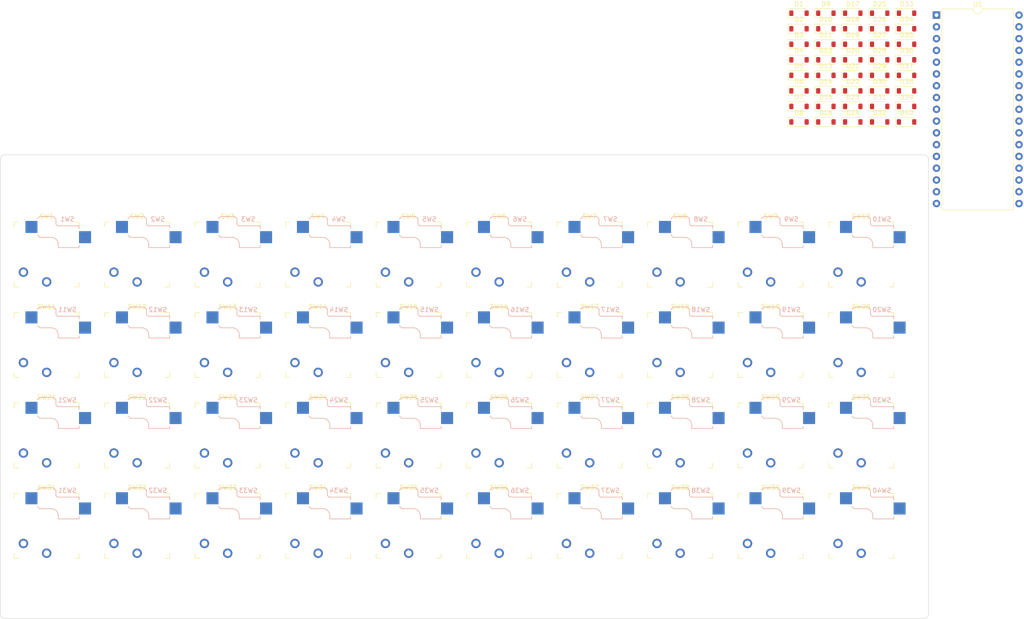
<source format=kicad_pcb>
(kicad_pcb (version 20221018) (generator pcbnew)
  (layers (0 "F.Cu" signal) (31 "B.Cu" signal) (34 "B.Paste" user) (35 "F.Paste" user) (36 "B.SilkS" user "B.Silkscreen") (37 "F.SilkS" user "F.Silkscreen") (38 "B.Mask" user) (39 "F.Mask" user) (44 "Edge.Cuts" user))
  (net 0 "")
  (net 1 "/ROW0")
  (net 2 "Net-(D1-A)")
  (net 3 "Net-(D2-A)")
  (net 4 "Net-(D3-A)")
  (net 5 "Net-(D4-A)")
  (net 6 "Net-(D5-A)")
  (net 7 "Net-(D6-A)")
  (net 8 "Net-(D7-A)")
  (net 9 "Net-(D8-A)")
  (net 10 "Net-(D9-A)")
  (net 11 "Net-(D10-A)")
  (net 12 "/ROW1")
  (net 13 "Net-(D11-A)")
  (net 14 "Net-(D12-A)")
  (net 15 "Net-(D13-A)")
  (net 16 "Net-(D14-A)")
  (net 17 "Net-(D15-A)")
  (net 18 "Net-(D16-A)")
  (net 19 "Net-(D17-A)")
  (net 20 "Net-(D18-A)")
  (net 21 "Net-(D19-A)")
  (net 22 "Net-(D20-A)")
  (net 23 "/ROW2")
  (net 24 "Net-(D21-A)")
  (net 25 "Net-(D22-A)")
  (net 26 "Net-(D23-A)")
  (net 27 "Net-(D24-A)")
  (net 28 "Net-(D25-A)")
  (net 29 "Net-(D26-A)")
  (net 30 "Net-(D27-A)")
  (net 31 "Net-(D28-A)")
  (net 32 "Net-(D29-A)")
  (net 33 "Net-(D30-A)")
  (net 34 "/ROW3")
  (net 35 "Net-(D31-A)")
  (net 36 "Net-(D32-A)")
  (net 37 "Net-(D33-A)")
  (net 38 "Net-(D34-A)")
  (net 39 "Net-(D35-A)")
  (net 40 "Net-(D36-A)")
  (net 41 "Net-(D37-A)")
  (net 42 "Net-(D38-A)")
  (net 43 "Net-(D39-A)")
  (net 44 "Net-(D40-A)")
  (net 45 "/COL0")
  (net 46 "/COL1")
  (net 47 "/COL2")
  (net 48 "/COL3")
  (net 49 "/COL4")
  (net 50 "/COL5")
  (net 51 "/COL6")
  (net 52 "/COL7")
  (net 53 "/COL8")
  (net 54 "/COL9")
  (net 58 "GND")
  (net 73 "+3.3V")
  (footprint "ae-rp2040:AE-RP2040" (layer "F.Cu") (at 251.72 19.86)
    (fp_text reference "U1" (at 8.89 -2.33) (layer "F.SilkS"))
    (fp_text value "~")
    (pad "1" thru_hole rect (at 0 0) (size 1.6 1.6) (drill 0.8) (layers "*.Cu" "*.Mask"))
    (pad "2" thru_hole oval (at 0 2.54) (size 1.6 1.6) (drill 0.8) (layers "*.Cu" "*.Mask") (net 45 "/COL0"))
    (pad "3" thru_hole oval (at 0 5.08) (size 1.6 1.6) (drill 0.8) (layers "*.Cu" "*.Mask") (net 46 "/COL1"))
    (pad "4" thru_hole oval (at 0 7.62) (size 1.6 1.6) (drill 0.8) (layers "*.Cu" "*.Mask") (net 47 "/COL2"))
    (pad "5" thru_hole oval (at 0 10.16) (size 1.6 1.6) (drill 0.8) (layers "*.Cu" "*.Mask") (net 48 "/COL3"))
    (pad "6" thru_hole oval (at 0 12.7) (size 1.6 1.6) (drill 0.8) (layers "*.Cu" "*.Mask") (net 49 "/COL4"))
    (pad "7" thru_hole oval (at 0 15.24) (size 1.6 1.6) (drill 0.8) (layers "*.Cu" "*.Mask") (net 50 "/COL5"))
    (pad "8" thru_hole oval (at 0 17.78) (size 1.6 1.6) (drill 0.8) (layers "*.Cu" "*.Mask") (net 51 "/COL6"))
    (pad "9" thru_hole oval (at 0 20.32) (size 1.6 1.6) (drill 0.8) (layers "*.Cu" "*.Mask") (net 52 "/COL7"))
    (pad "10" thru_hole oval (at 0 22.86) (size 1.6 1.6) (drill 0.8) (layers "*.Cu" "*.Mask") (net 53 "/COL8"))
    (pad "11" thru_hole oval (at 0 25.4) (size 1.6 1.6) (drill 0.8) (layers "*.Cu" "*.Mask") (net 54 "/COL9"))
    (pad "12" thru_hole oval (at 0 27.94) (size 1.6 1.6) (drill 0.8) (layers "*.Cu" "*.Mask") (net 1 "/ROW0"))
    (pad "13" thru_hole oval (at 0 30.48) (size 1.6 1.6) (drill 0.8) (layers "*.Cu" "*.Mask") (net 12 "/ROW1"))
    (pad "14" thru_hole oval (at 0 33.02) (size 1.6 1.6) (drill 0.8) (layers "*.Cu" "*.Mask") (net 23 "/ROW2"))
    (pad "15" thru_hole oval (at 0 35.56) (size 1.6 1.6) (drill 0.8) (layers "*.Cu" "*.Mask") (net 34 "/ROW3"))
    (pad "16" thru_hole oval (at 0 38.1) (size 1.6 1.6) (drill 0.8) (layers "*.Cu" "*.Mask"))
    (pad "17" thru_hole oval (at 0 40.64) (size 1.6 1.6) (drill 0.8) (layers "*.Cu" "*.Mask"))
    (pad "18" thru_hole oval (at 17.78 40.64) (size 1.6 1.6) (drill 0.8) (layers "*.Cu" "*.Mask") (net 58 "GND"))
    (pad "19" thru_hole oval (at 17.78 38.1) (size 1.6 1.6) (drill 0.8) (layers "*.Cu" "*.Mask"))
    (pad "20" thru_hole oval (at 17.78 35.56) (size 1.6 1.6) (drill 0.8) (layers "*.Cu" "*.Mask"))
    (pad "21" thru_hole oval (at 17.78 33.02) (size 1.6 1.6) (drill 0.8) (layers "*.Cu" "*.Mask"))
    (pad "22" thru_hole oval (at 17.78 30.48) (size 1.6 1.6) (drill 0.8) (layers "*.Cu" "*.Mask"))
    (pad "23" thru_hole oval (at 17.78 27.94) (size 1.6 1.6) (drill 0.8) (layers "*.Cu" "*.Mask"))
    (pad "24" thru_hole oval (at 17.78 25.4) (size 1.6 1.6) (drill 0.8) (layers "*.Cu" "*.Mask"))
    (pad "25" thru_hole oval (at 17.78 22.86) (size 1.6 1.6) (drill 0.8) (layers "*.Cu" "*.Mask"))
    (pad "26" thru_hole oval (at 17.78 20.32) (size 1.6 1.6) (drill 0.8) (layers "*.Cu" "*.Mask"))
    (pad "27" thru_hole oval (at 17.78 17.78) (size 1.6 1.6) (drill 0.8) (layers "*.Cu" "*.Mask"))
    (pad "28" thru_hole oval (at 17.78 15.24) (size 1.6 1.6) (drill 0.8) (layers "*.Cu" "*.Mask"))
    (pad "29" thru_hole oval (at 17.78 12.7) (size 1.6 1.6) (drill 0.8) (layers "*.Cu" "*.Mask"))
    (pad "30" thru_hole oval (at 17.78 10.16) (size 1.6 1.6) (drill 0.8) (layers "*.Cu" "*.Mask"))
    (pad "31" thru_hole oval (at 17.78 7.62) (size 1.6 1.6) (drill 0.8) (layers "*.Cu" "*.Mask"))
    (pad "32" thru_hole oval (at 17.78 5.08) (size 1.6 1.6) (drill 0.8) (layers "*.Cu" "*.Mask"))
    (pad "33" thru_hole oval (at 17.78 2.54) (size 1.6 1.6) (drill 0.8) (layers "*.Cu" "*.Mask") (net 58 "GND"))
    (pad "34" thru_hole oval (at 17.78 0) (size 1.6 1.6) (drill 0.8) (layers "*.Cu" "*.Mask") (net 73 "+3.3V"))
  )
  (footprint "Diode_SMD:D_SOD-123" (layer "F.Cu") (at 233.685 42.91)
    (fp_text reference "D24" (at 0 -2) (layer "F.SilkS"))
    (fp_text value "1N4148W")
    (pad "1" smd roundrect (at -1.65 0) (size 0.9 1.2) (layers "F.Cu" "F.Paste" "F.Mask") (net 23 "/ROW2"))
    (pad "2" smd roundrect (at 1.65 0) (size 0.9 1.2) (layers "F.Cu" "F.Paste" "F.Mask") (net 27 "Net-(D24-A)"))
  )
  (footprint "keyswitches:Kailh_socket_PG1350_optional" (layer "F.Cu") (at 60 71.5)
    (fp_text reference "SW1" (at 0 -8.255) (layer "F.SilkS"))
    (fp_text value "SW_Push")
    (fp_text user "${REFERENCE}" (at 4.445 -7.62) (layer "B.SilkS") (effects (justify mirror)))
    (pad "" np_thru_hole circle (at -5.5 0) (size 1.7018 1.7018) (drill 1.7018) (layers "*.Cu" "*.Mask"))
    (pad "" np_thru_hole circle (at 0 -5.95) (size 3 3) (drill 3) (layers "*.Cu" "*.Mask"))
    (pad "" np_thru_hole circle (at 0 0) (size 3.429 3.429) (drill 3.429) (layers "*.Cu" "*.Mask"))
    (pad "" np_thru_hole circle (at 5 -3.75) (size 3 3) (drill 3) (layers "*.Cu" "*.Mask"))
    (pad "" np_thru_hole circle (at 5.5 0) (size 1.7018 1.7018) (drill 1.7018) (layers "*.Cu" "*.Mask"))
    (pad "1" smd rect (at -3.275 -5.95) (size 2.6 2.6) (layers "B.Cu" "B.Paste" "B.Mask") (net 2 "Net-(D1-A)"))
    (pad "1" thru_hole circle (at 0 5.9) (size 2.032 2.032) (drill 1.27) (layers "*.Cu" "*.Mask") (net 2 "Net-(D1-A)"))
    (pad "2" thru_hole circle (at -5 3.8) (size 2.032 2.032) (drill 1.27) (layers "*.Cu" "*.Mask") (net 45 "/COL0"))
    (pad "2" smd rect (at 8.275 -3.75) (size 2.6 2.6) (layers "B.Cu" "B.Paste" "B.Mask") (net 45 "/COL0"))
  )
  (footprint "keyswitches:Kailh_socket_PG1350_optional" (layer "F.Cu") (at 177 91)
    (fp_text reference "SW17" (at 0 -8.255) (layer "F.SilkS"))
    (fp_text value "SW_Push")
    (fp_text user "${REFERENCE}" (at 4.445 -7.62) (layer "B.SilkS") (effects (justify mirror)))
    (pad "" np_thru_hole circle (at -5.5 0) (size 1.7018 1.7018) (drill 1.7018) (layers "*.Cu" "*.Mask"))
    (pad "" np_thru_hole circle (at 0 -5.95) (size 3 3) (drill 3) (layers "*.Cu" "*.Mask"))
    (pad "" np_thru_hole circle (at 0 0) (size 3.429 3.429) (drill 3.429) (layers "*.Cu" "*.Mask"))
    (pad "" np_thru_hole circle (at 5 -3.75) (size 3 3) (drill 3) (layers "*.Cu" "*.Mask"))
    (pad "" np_thru_hole circle (at 5.5 0) (size 1.7018 1.7018) (drill 1.7018) (layers "*.Cu" "*.Mask"))
    (pad "1" smd rect (at -3.275 -5.95) (size 2.6 2.6) (layers "B.Cu" "B.Paste" "B.Mask") (net 19 "Net-(D17-A)"))
    (pad "1" thru_hole circle (at 0 5.9) (size 2.032 2.032) (drill 1.27) (layers "*.Cu" "*.Mask") (net 19 "Net-(D17-A)"))
    (pad "2" thru_hole circle (at -5 3.8) (size 2.032 2.032) (drill 1.27) (layers "*.Cu" "*.Mask") (net 51 "/COL6"))
    (pad "2" smd rect (at 8.275 -3.75) (size 2.6 2.6) (layers "B.Cu" "B.Paste" "B.Mask") (net 51 "/COL6"))
  )
  (footprint "Diode_SMD:D_SOD-123" (layer "F.Cu") (at 227.89 26.16)
    (fp_text reference "D11" (at 0 -2) (layer "F.SilkS"))
    (fp_text value "1N4148W")
    (pad "1" smd roundrect (at -1.65 0) (size 0.9 1.2) (layers "F.Cu" "F.Paste" "F.Mask") (net 12 "/ROW1"))
    (pad "2" smd roundrect (at 1.65 0) (size 0.9 1.2) (layers "F.Cu" "F.Paste" "F.Mask") (net 13 "Net-(D11-A)"))
  )
  (footprint "Diode_SMD:D_SOD-123" (layer "F.Cu") (at 227.89 36.21)
    (fp_text reference "D14" (at 0 -2) (layer "F.SilkS"))
    (fp_text value "1N4148W")
    (pad "1" smd roundrect (at -1.65 0) (size 0.9 1.2) (layers "F.Cu" "F.Paste" "F.Mask") (net 12 "/ROW1"))
    (pad "2" smd roundrect (at 1.65 0) (size 0.9 1.2) (layers "F.Cu" "F.Paste" "F.Mask") (net 16 "Net-(D14-A)"))
  )
  (footprint "Diode_SMD:D_SOD-123" (layer "F.Cu") (at 222.095 22.81)
    (fp_text reference "D2" (at 0 -2) (layer "F.SilkS"))
    (fp_text value "1N4148W")
    (pad "1" smd roundrect (at -1.65 0) (size 0.9 1.2) (layers "F.Cu" "F.Paste" "F.Mask") (net 1 "/ROW0"))
    (pad "2" smd roundrect (at 1.65 0) (size 0.9 1.2) (layers "F.Cu" "F.Paste" "F.Mask") (net 3 "Net-(D2-A)"))
  )
  (footprint "Diode_SMD:D_SOD-123" (layer "F.Cu") (at 233.685 26.16)
    (fp_text reference "D19" (at 0 -2) (layer "F.SilkS"))
    (fp_text value "1N4148W")
    (pad "1" smd roundrect (at -1.65 0) (size 0.9 1.2) (layers "F.Cu" "F.Paste" "F.Mask") (net 12 "/ROW1"))
    (pad "2" smd roundrect (at 1.65 0) (size 0.9 1.2) (layers "F.Cu" "F.Paste" "F.Mask") (net 21 "Net-(D19-A)"))
  )
  (footprint "Diode_SMD:D_SOD-123" (layer "F.Cu") (at 222.095 19.46)
    (fp_text reference "D1" (at 0 -2) (layer "F.SilkS"))
    (fp_text value "1N4148W")
    (pad "1" smd roundrect (at -1.65 0) (size 0.9 1.2) (layers "F.Cu" "F.Paste" "F.Mask") (net 1 "/ROW0"))
    (pad "2" smd roundrect (at 1.65 0) (size 0.9 1.2) (layers "F.Cu" "F.Paste" "F.Mask") (net 2 "Net-(D1-A)"))
  )
  (footprint "Diode_SMD:D_SOD-123" (layer "F.Cu") (at 245.275 22.81)
    (fp_text reference "D34" (at 0 -2) (layer "F.SilkS"))
    (fp_text value "1N4148W")
    (pad "1" smd roundrect (at -1.65 0) (size 0.9 1.2) (layers "F.Cu" "F.Paste" "F.Mask") (net 34 "/ROW3"))
    (pad "2" smd roundrect (at 1.65 0) (size 0.9 1.2) (layers "F.Cu" "F.Paste" "F.Mask") (net 38 "Net-(D34-A)"))
  )
  (footprint "Diode_SMD:D_SOD-123" (layer "F.Cu") (at 222.095 42.91)
    (fp_text reference "D8" (at 0 -2) (layer "F.SilkS"))
    (fp_text value "1N4148W")
    (pad "1" smd roundrect (at -1.65 0) (size 0.9 1.2) (layers "F.Cu" "F.Paste" "F.Mask") (net 1 "/ROW0"))
    (pad "2" smd roundrect (at 1.65 0) (size 0.9 1.2) (layers "F.Cu" "F.Paste" "F.Mask") (net 9 "Net-(D8-A)"))
  )
  (footprint "keyswitches:Kailh_socket_PG1350_optional" (layer "F.Cu") (at 216 91)
    (fp_text reference "SW19" (at 0 -8.255) (layer "F.SilkS"))
    (fp_text value "SW_Push")
    (fp_text user "${REFERENCE}" (at 4.445 -7.62) (layer "B.SilkS") (effects (justify mirror)))
    (pad "" np_thru_hole circle (at -5.5 0) (size 1.7018 1.7018) (drill 1.7018) (layers "*.Cu" "*.Mask"))
    (pad "" np_thru_hole circle (at 0 -5.95) (size 3 3) (drill 3) (layers "*.Cu" "*.Mask"))
    (pad "" np_thru_hole circle (at 0 0) (size 3.429 3.429) (drill 3.429) (layers "*.Cu" "*.Mask"))
    (pad "" np_thru_hole circle (at 5 -3.75) (size 3 3) (drill 3) (layers "*.Cu" "*.Mask"))
    (pad "" np_thru_hole circle (at 5.5 0) (size 1.7018 1.7018) (drill 1.7018) (layers "*.Cu" "*.Mask"))
    (pad "1" smd rect (at -3.275 -5.95) (size 2.6 2.6) (layers "B.Cu" "B.Paste" "B.Mask") (net 21 "Net-(D19-A)"))
    (pad "1" thru_hole circle (at 0 5.9) (size 2.032 2.032) (drill 1.27) (layers "*.Cu" "*.Mask") (net 21 "Net-(D19-A)"))
    (pad "2" thru_hole circle (at -5 3.8) (size 2.032 2.032) (drill 1.27) (layers "*.Cu" "*.Mask") (net 53 "/COL8"))
    (pad "2" smd rect (at 8.275 -3.75) (size 2.6 2.6) (layers "B.Cu" "B.Paste" "B.Mask") (net 53 "/COL8"))
  )
  (footprint "keyswitches:Kailh_socket_PG1350_optional" (layer "F.Cu") (at 235.5 91)
    (fp_text reference "SW20" (at 0 -8.255) (layer "F.SilkS"))
    (fp_text value "SW_Push")
    (fp_text user "${REFERENCE}" (at 4.445 -7.62) (layer "B.SilkS") (effects (justify mirror)))
    (pad "" np_thru_hole circle (at -5.5 0) (size 1.7018 1.7018) (drill 1.7018) (layers "*.Cu" "*.Mask"))
    (pad "" np_thru_hole circle (at 0 -5.95) (size 3 3) (drill 3) (layers "*.Cu" "*.Mask"))
    (pad "" np_thru_hole circle (at 0 0) (size 3.429 3.429) (drill 3.429) (layers "*.Cu" "*.Mask"))
    (pad "" np_thru_hole circle (at 5 -3.75) (size 3 3) (drill 3) (layers "*.Cu" "*.Mask"))
    (pad "" np_thru_hole circle (at 5.5 0) (size 1.7018 1.7018) (drill 1.7018) (layers "*.Cu" "*.Mask"))
    (pad "1" smd rect (at -3.275 -5.95) (size 2.6 2.6) (layers "B.Cu" "B.Paste" "B.Mask") (net 22 "Net-(D20-A)"))
    (pad "1" thru_hole circle (at 0 5.9) (size 2.032 2.032) (drill 1.27) (layers "*.Cu" "*.Mask") (net 22 "Net-(D20-A)"))
    (pad "2" thru_hole circle (at -5 3.8) (size 2.032 2.032) (drill 1.27) (layers "*.Cu" "*.Mask") (net 54 "/COL9"))
    (pad "2" smd rect (at 8.275 -3.75) (size 2.6 2.6) (layers "B.Cu" "B.Paste" "B.Mask") (net 54 "/COL9"))
  )
  (footprint "Diode_SMD:D_SOD-123" (layer "F.Cu") (at 227.89 42.91)
    (fp_text reference "D16" (at 0 -2) (layer "F.SilkS"))
    (fp_text value "1N4148W")
    (pad "1" smd roundrect (at -1.65 0) (size 0.9 1.2) (layers "F.Cu" "F.Paste" "F.Mask") (net 12 "/ROW1"))
    (pad "2" smd roundrect (at 1.65 0) (size 0.9 1.2) (layers "F.Cu" "F.Paste" "F.Mask") (net 18 "Net-(D16-A)"))
  )
  (footprint "Diode_SMD:D_SOD-123" (layer "F.Cu") (at 233.685 19.46)
    (fp_text reference "D17" (at 0 -2) (layer "F.SilkS"))
    (fp_text value "1N4148W")
    (pad "1" smd roundrect (at -1.65 0) (size 0.9 1.2) (layers "F.Cu" "F.Paste" "F.Mask") (net 12 "/ROW1"))
    (pad "2" smd roundrect (at 1.65 0) (size 0.9 1.2) (layers "F.Cu" "F.Paste" "F.Mask") (net 19 "Net-(D17-A)"))
  )
  (footprint "keyswitches:Kailh_socket_PG1350_optional" (layer "F.Cu") (at 196.5 110.5)
    (fp_text reference "SW28" (at 0 -8.255) (layer "F.SilkS"))
    (fp_text value "SW_Push")
    (fp_text user "${REFERENCE}" (at 4.445 -7.62) (layer "B.SilkS") (effects (justify mirror)))
    (pad "" np_thru_hole circle (at -5.5 0) (size 1.7018 1.7018) (drill 1.7018) (layers "*.Cu" "*.Mask"))
    (pad "" np_thru_hole circle (at 0 -5.95) (size 3 3) (drill 3) (layers "*.Cu" "*.Mask"))
    (pad "" np_thru_hole circle (at 0 0) (size 3.429 3.429) (drill 3.429) (layers "*.Cu" "*.Mask"))
    (pad "" np_thru_hole circle (at 5 -3.75) (size 3 3) (drill 3) (layers "*.Cu" "*.Mask"))
    (pad "" np_thru_hole circle (at 5.5 0) (size 1.7018 1.7018) (drill 1.7018) (layers "*.Cu" "*.Mask"))
    (pad "1" smd rect (at -3.275 -5.95) (size 2.6 2.6) (layers "B.Cu" "B.Paste" "B.Mask") (net 31 "Net-(D28-A)"))
    (pad "1" thru_hole circle (at 0 5.9) (size 2.032 2.032) (drill 1.27) (layers "*.Cu" "*.Mask") (net 31 "Net-(D28-A)"))
    (pad "2" thru_hole circle (at -5 3.8) (size 2.032 2.032) (drill 1.27) (layers "*.Cu" "*.Mask") (net 52 "/COL7"))
    (pad "2" smd rect (at 8.275 -3.75) (size 2.6 2.6) (layers "B.Cu" "B.Paste" "B.Mask") (net 52 "/COL7"))
  )
  (footprint "keyswitches:Kailh_socket_PG1350_optional" (layer "F.Cu") (at 60 110.5)
    (fp_text reference "SW21" (at 0 -8.255) (layer "F.SilkS"))
    (fp_text value "SW_Push")
    (fp_text user "${REFERENCE}" (at 4.445 -7.62) (layer "B.SilkS") (effects (justify mirror)))
    (pad "" np_thru_hole circle (at -5.5 0) (size 1.7018 1.7018) (drill 1.7018) (layers "*.Cu" "*.Mask"))
    (pad "" np_thru_hole circle (at 0 -5.95) (size 3 3) (drill 3) (layers "*.Cu" "*.Mask"))
    (pad "" np_thru_hole circle (at 0 0) (size 3.429 3.429) (drill 3.429) (layers "*.Cu" "*.Mask"))
    (pad "" np_thru_hole circle (at 5 -3.75) (size 3 3) (drill 3) (layers "*.Cu" "*.Mask"))
    (pad "" np_thru_hole circle (at 5.5 0) (size 1.7018 1.7018) (drill 1.7018) (layers "*.Cu" "*.Mask"))
    (pad "1" smd rect (at -3.275 -5.95) (size 2.6 2.6) (layers "B.Cu" "B.Paste" "B.Mask") (net 24 "Net-(D21-A)"))
    (pad "1" thru_hole circle (at 0 5.9) (size 2.032 2.032) (drill 1.27) (layers "*.Cu" "*.Mask") (net 24 "Net-(D21-A)"))
    (pad "2" thru_hole circle (at -5 3.8) (size 2.032 2.032) (drill 1.27) (layers "*.Cu" "*.Mask") (net 45 "/COL0"))
    (pad "2" smd rect (at 8.275 -3.75) (size 2.6 2.6) (layers "B.Cu" "B.Paste" "B.Mask") (net 45 "/COL0"))
  )
  (footprint "keyswitches:Kailh_socket_PG1350_optional" (layer "F.Cu") (at 79.5 71.5)
    (fp_text reference "SW2" (at 0 -8.255) (layer "F.SilkS"))
    (fp_text value "SW_Push")
    (fp_text user "${REFERENCE}" (at 4.445 -7.62) (layer "B.SilkS") (effects (justify mirror)))
    (pad "" np_thru_hole circle (at -5.5 0) (size 1.7018 1.7018) (drill 1.7018) (layers "*.Cu" "*.Mask"))
    (pad "" np_thru_hole circle (at 0 -5.95) (size 3 3) (drill 3) (layers "*.Cu" "*.Mask"))
    (pad "" np_thru_hole circle (at 0 0) (size 3.429 3.429) (drill 3.429) (layers "*.Cu" "*.Mask"))
    (pad "" np_thru_hole circle (at 5 -3.75) (size 3 3) (drill 3) (layers "*.Cu" "*.Mask"))
    (pad "" np_thru_hole circle (at 5.5 0) (size 1.7018 1.7018) (drill 1.7018) (layers "*.Cu" "*.Mask"))
    (pad "1" smd rect (at -3.275 -5.95) (size 2.6 2.6) (layers "B.Cu" "B.Paste" "B.Mask") (net 3 "Net-(D2-A)"))
    (pad "1" thru_hole circle (at 0 5.9) (size 2.032 2.032) (drill 1.27) (layers "*.Cu" "*.Mask") (net 3 "Net-(D2-A)"))
    (pad "2" thru_hole circle (at -5 3.8) (size 2.032 2.032) (drill 1.27) (layers "*.Cu" "*.Mask") (net 46 "/COL1"))
    (pad "2" smd rect (at 8.275 -3.75) (size 2.6 2.6) (layers "B.Cu" "B.Paste" "B.Mask") (net 46 "/COL1"))
  )
  (footprint "keyswitches:Kailh_socket_PG1350_optional" (layer "F.Cu") (at 235.5 110.5)
    (fp_text reference "SW30" (at 0 -8.255) (layer "F.SilkS"))
    (fp_text value "SW_Push")
    (fp_text user "${REFERENCE}" (at 4.445 -7.62) (layer "B.SilkS") (effects (justify mirror)))
    (pad "" np_thru_hole circle (at -5.5 0) (size 1.7018 1.7018) (drill 1.7018) (layers "*.Cu" "*.Mask"))
    (pad "" np_thru_hole circle (at 0 -5.95) (size 3 3) (drill 3) (layers "*.Cu" "*.Mask"))
    (pad "" np_thru_hole circle (at 0 0) (size 3.429 3.429) (drill 3.429) (layers "*.Cu" "*.Mask"))
    (pad "" np_thru_hole circle (at 5 -3.75) (size 3 3) (drill 3) (layers "*.Cu" "*.Mask"))
    (pad "" np_thru_hole circle (at 5.5 0) (size 1.7018 1.7018) (drill 1.7018) (layers "*.Cu" "*.Mask"))
    (pad "1" smd rect (at -3.275 -5.95) (size 2.6 2.6) (layers "B.Cu" "B.Paste" "B.Mask") (net 33 "Net-(D30-A)"))
    (pad "1" thru_hole circle (at 0 5.9) (size 2.032 2.032) (drill 1.27) (layers "*.Cu" "*.Mask") (net 33 "Net-(D30-A)"))
    (pad "2" thru_hole circle (at -5 3.8) (size 2.032 2.032) (drill 1.27) (layers "*.Cu" "*.Mask") (net 54 "/COL9"))
    (pad "2" smd rect (at 8.275 -3.75) (size 2.6 2.6) (layers "B.Cu" "B.Paste" "B.Mask") (net 54 "/COL9"))
  )
  (footprint "keyswitches:Kailh_socket_PG1350_optional" (layer "F.Cu") (at 79.5 91)
    (fp_text reference "SW12" (at 0 -8.255) (layer "F.SilkS"))
    (fp_text value "SW_Push")
    (fp_text user "${REFERENCE}" (at 4.445 -7.62) (layer "B.SilkS") (effects (justify mirror)))
    (pad "" np_thru_hole circle (at -5.5 0) (size 1.7018 1.7018) (drill 1.7018) (layers "*.Cu" "*.Mask"))
    (pad "" np_thru_hole circle (at 0 -5.95) (size 3 3) (drill 3) (layers "*.Cu" "*.Mask"))
    (pad "" np_thru_hole circle (at 0 0) (size 3.429 3.429) (drill 3.429) (layers "*.Cu" "*.Mask"))
    (pad "" np_thru_hole circle (at 5 -3.75) (size 3 3) (drill 3) (layers "*.Cu" "*.Mask"))
    (pad "" np_thru_hole circle (at 5.5 0) (size 1.7018 1.7018) (drill 1.7018) (layers "*.Cu" "*.Mask"))
    (pad "1" smd rect (at -3.275 -5.95) (size 2.6 2.6) (layers "B.Cu" "B.Paste" "B.Mask") (net 14 "Net-(D12-A)"))
    (pad "1" thru_hole circle (at 0 5.9) (size 2.032 2.032) (drill 1.27) (layers "*.Cu" "*.Mask") (net 14 "Net-(D12-A)"))
    (pad "2" thru_hole circle (at -5 3.8) (size 2.032 2.032) (drill 1.27) (layers "*.Cu" "*.Mask") (net 46 "/COL1"))
    (pad "2" smd rect (at 8.275 -3.75) (size 2.6 2.6) (layers "B.Cu" "B.Paste" "B.Mask") (net 46 "/COL1"))
  )
  (footprint "Diode_SMD:D_SOD-123" (layer "F.Cu") (at 239.48 26.16)
    (fp_text reference "D27" (at 0 -2) (layer "F.SilkS"))
    (fp_text value "1N4148W")
    (pad "1" smd roundrect (at -1.65 0) (size 0.9 1.2) (layers "F.Cu" "F.Paste" "F.Mask") (net 23 "/ROW2"))
    (pad "2" smd roundrect (at 1.65 0) (size 0.9 1.2) (layers "F.Cu" "F.Paste" "F.Mask") (net 30 "Net-(D27-A)"))
  )
  (footprint "keyswitches:Kailh_socket_PG1350_optional" (layer "F.Cu") (at 216 71.5)
    (fp_text reference "SW9" (at 0 -8.255) (layer "F.SilkS"))
    (fp_text value "SW_Push")
    (fp_text user "${REFERENCE}" (at 4.445 -7.62) (layer "B.SilkS") (effects (justify mirror)))
    (pad "" np_thru_hole circle (at -5.5 0) (size 1.7018 1.7018) (drill 1.7018) (layers "*.Cu" "*.Mask"))
    (pad "" np_thru_hole circle (at 0 -5.95) (size 3 3) (drill 3) (layers "*.Cu" "*.Mask"))
    (pad "" np_thru_hole circle (at 0 0) (size 3.429 3.429) (drill 3.429) (layers "*.Cu" "*.Mask"))
    (pad "" np_thru_hole circle (at 5 -3.75) (size 3 3) (drill 3) (layers "*.Cu" "*.Mask"))
    (pad "" np_thru_hole circle (at 5.5 0) (size 1.7018 1.7018) (drill 1.7018) (layers "*.Cu" "*.Mask"))
    (pad "1" smd rect (at -3.275 -5.95) (size 2.6 2.6) (layers "B.Cu" "B.Paste" "B.Mask") (net 10 "Net-(D9-A)"))
    (pad "1" thru_hole circle (at 0 5.9) (size 2.032 2.032) (drill 1.27) (layers "*.Cu" "*.Mask") (net 10 "Net-(D9-A)"))
    (pad "2" thru_hole circle (at -5 3.8) (size 2.032 2.032) (drill 1.27) (layers "*.Cu" "*.Mask") (net 53 "/COL8"))
    (pad "2" smd rect (at 8.275 -3.75) (size 2.6 2.6) (layers "B.Cu" "B.Paste" "B.Mask") (net 53 "/COL8"))
  )
  (footprint "Diode_SMD:D_SOD-123" (layer "F.Cu") (at 245.275 26.16)
    (fp_text reference "D35" (at 0 -2) (layer "F.SilkS"))
    (fp_text value "1N4148W")
    (pad "1" smd roundrect (at -1.65 0) (size 0.9 1.2) (layers "F.Cu" "F.Paste" "F.Mask") (net 34 "/ROW3"))
    (pad "2" smd roundrect (at 1.65 0) (size 0.9 1.2) (layers "F.Cu" "F.Paste" "F.Mask") (net 39 "Net-(D35-A)"))
  )
  (footprint "keyswitches:Kailh_socket_PG1350_optional" (layer "F.Cu") (at 60 91)
    (fp_text reference "SW11" (at 0 -8.255) (layer "F.SilkS"))
    (fp_text value "SW_Push")
    (fp_text user "${REFERENCE}" (at 4.445 -7.62) (layer "B.SilkS") (effects (justify mirror)))
    (pad "" np_thru_hole circle (at -5.5 0) (size 1.7018 1.7018) (drill 1.7018) (layers "*.Cu" "*.Mask"))
    (pad "" np_thru_hole circle (at 0 -5.95) (size 3 3) (drill 3) (layers "*.Cu" "*.Mask"))
    (pad "" np_thru_hole circle (at 0 0) (size 3.429 3.429) (drill 3.429) (layers "*.Cu" "*.Mask"))
    (pad "" np_thru_hole circle (at 5 -3.75) (size 3 3) (drill 3) (layers "*.Cu" "*.Mask"))
    (pad "" np_thru_hole circle (at 5.5 0) (size 1.7018 1.7018) (drill 1.7018) (layers "*.Cu" "*.Mask"))
    (pad "1" smd rect (at -3.275 -5.95) (size 2.6 2.6) (layers "B.Cu" "B.Paste" "B.Mask") (net 13 "Net-(D11-A)"))
    (pad "1" thru_hole circle (at 0 5.9) (size 2.032 2.032) (drill 1.27) (layers "*.Cu" "*.Mask") (net 13 "Net-(D11-A)"))
    (pad "2" thru_hole circle (at -5 3.8) (size 2.032 2.032) (drill 1.27) (layers "*.Cu" "*.Mask") (net 45 "/COL0"))
    (pad "2" smd rect (at 8.275 -3.75) (size 2.6 2.6) (layers "B.Cu" "B.Paste" "B.Mask") (net 45 "/COL0"))
  )
  (footprint "keyswitches:Kailh_socket_PG1350_optional" (layer "F.Cu") (at 235.5 130)
    (fp_text reference "SW40" (at 0 -8.255) (layer "F.SilkS"))
    (fp_text value "SW_Push")
    (fp_text user "${REFERENCE}" (at 4.445 -7.62) (layer "B.SilkS") (effects (justify mirror)))
    (pad "" np_thru_hole circle (at -5.5 0) (size 1.7018 1.7018) (drill 1.7018) (layers "*.Cu" "*.Mask"))
    (pad "" np_thru_hole circle (at 0 -5.95) (size 3 3) (drill 3) (layers "*.Cu" "*.Mask"))
    (pad "" np_thru_hole circle (at 0 0) (size 3.429 3.429) (drill 3.429) (layers "*.Cu" "*.Mask"))
    (pad "" np_thru_hole circle (at 5 -3.75) (size 3 3) (drill 3) (layers "*.Cu" "*.Mask"))
    (pad "" np_thru_hole circle (at 5.5 0) (size 1.7018 1.7018) (drill 1.7018) (layers "*.Cu" "*.Mask"))
    (pad "1" smd rect (at -3.275 -5.95) (size 2.6 2.6) (layers "B.Cu" "B.Paste" "B.Mask") (net 44 "Net-(D40-A)"))
    (pad "1" thru_hole circle (at 0 5.9) (size 2.032 2.032) (drill 1.27) (layers "*.Cu" "*.Mask") (net 44 "Net-(D40-A)"))
    (pad "2" thru_hole circle (at -5 3.8) (size 2.032 2.032) (drill 1.27) (layers "*.Cu" "*.Mask") (net 54 "/COL9"))
    (pad "2" smd rect (at 8.275 -3.75) (size 2.6 2.6) (layers "B.Cu" "B.Paste" "B.Mask") (net 54 "/COL9"))
  )
  (footprint "Diode_SMD:D_SOD-123" (layer "F.Cu") (at 222.095 39.56)
    (fp_text reference "D7" (at 0 -2) (layer "F.SilkS"))
    (fp_text value "1N4148W")
    (pad "1" smd roundrect (at -1.65 0) (size 0.9 1.2) (layers "F.Cu" "F.Paste" "F.Mask") (net 1 "/ROW0"))
    (pad "2" smd roundrect (at 1.65 0) (size 0.9 1.2) (layers "F.Cu" "F.Paste" "F.Mask") (net 8 "Net-(D7-A)"))
  )
  (footprint "keyswitches:Kailh_socket_PG1350_optional" (layer "F.Cu") (at 118.5 130)
    (fp_text reference "SW34" (at 0 -8.255) (layer "F.SilkS"))
    (fp_text value "SW_Push")
    (fp_text user "${REFERENCE}" (at 4.445 -7.62) (layer "B.SilkS") (effects (justify mirror)))
    (pad "" np_thru_hole circle (at -5.5 0) (size 1.7018 1.7018) (drill 1.7018) (layers "*.Cu" "*.Mask"))
    (pad "" np_thru_hole circle (at 0 -5.95) (size 3 3) (drill 3) (layers "*.Cu" "*.Mask"))
    (pad "" np_thru_hole circle (at 0 0) (size 3.429 3.429) (drill 3.429) (layers "*.Cu" "*.Mask"))
    (pad "" np_thru_hole circle (at 5 -3.75) (size 3 3) (drill 3) (layers "*.Cu" "*.Mask"))
    (pad "" np_thru_hole circle (at 5.5 0) (size 1.7018 1.7018) (drill 1.7018) (layers "*.Cu" "*.Mask"))
    (pad "1" smd rect (at -3.275 -5.95) (size 2.6 2.6) (layers "B.Cu" "B.Paste" "B.Mask") (net 38 "Net-(D34-A)"))
    (pad "1" thru_hole circle (at 0 5.9) (size 2.032 2.032) (drill 1.27) (layers "*.Cu" "*.Mask") (net 38 "Net-(D34-A)"))
    (pad "2" thru_hole circle (at -5 3.8) (size 2.032 2.032) (drill 1.27) (layers "*.Cu" "*.Mask") (net 48 "/COL3"))
    (pad "2" smd rect (at 8.275 -3.75) (size 2.6 2.6) (layers "B.Cu" "B.Paste" "B.Mask") (net 48 "/COL3"))
  )
  (footprint "keyswitches:Kailh_socket_PG1350_optional" (layer "F.Cu") (at 177 110.5)
    (fp_text reference "SW27" (at 0 -8.255) (layer "F.SilkS"))
    (fp_text value "SW_Push")
    (fp_text user "${REFERENCE}" (at 4.445 -7.62) (layer "B.SilkS") (effects (justify mirror)))
    (pad "" np_thru_hole circle (at -5.5 0) (size 1.7018 1.7018) (drill 1.7018) (layers "*.Cu" "*.Mask"))
    (pad "" np_thru_hole circle (at 0 -5.95) (size 3 3) (drill 3) (layers "*.Cu" "*.Mask"))
    (pad "" np_thru_hole circle (at 0 0) (size 3.429 3.429) (drill 3.429) (layers "*.Cu" "*.Mask"))
    (pad "" np_thru_hole circle (at 5 -3.75) (size 3 3) (drill 3) (layers "*.Cu" "*.Mask"))
    (pad "" np_thru_hole circle (at 5.5 0) (size 1.7018 1.7018) (drill 1.7018) (layers "*.Cu" "*.Mask"))
    (pad "1" smd rect (at -3.275 -5.95) (size 2.6 2.6) (layers "B.Cu" "B.Paste" "B.Mask") (net 30 "Net-(D27-A)"))
    (pad "1" thru_hole circle (at 0 5.9) (size 2.032 2.032) (drill 1.27) (layers "*.Cu" "*.Mask") (net 30 "Net-(D27-A)"))
    (pad "2" thru_hole circle (at -5 3.8) (size 2.032 2.032) (drill 1.27) (layers "*.Cu" "*.Mask") (net 51 "/COL6"))
    (pad "2" smd rect (at 8.275 -3.75) (size 2.6 2.6) (layers "B.Cu" "B.Paste" "B.Mask") (net 51 "/COL6"))
  )
  (footprint "Diode_SMD:D_SOD-123" (layer "F.Cu") (at 239.48 29.51)
    (fp_text reference "D28" (at 0 -2) (layer "F.SilkS"))
    (fp_text value "1N4148W")
    (pad "1" smd roundrect (at -1.65 0) (size 0.9 1.2) (layers "F.Cu" "F.Paste" "F.Mask") (net 23 "/ROW2"))
    (pad "2" smd roundrect (at 1.65 0) (size 0.9 1.2) (layers "F.Cu" "F.Paste" "F.Mask") (net 31 "Net-(D28-A)"))
  )
  (footprint "keyswitches:Kailh_socket_PG1350_optional" (layer "F.Cu") (at 99 91)
    (fp_text reference "SW13" (at 0 -8.255) (layer "F.SilkS"))
    (fp_text value "SW_Push")
    (fp_text user "${REFERENCE}" (at 4.445 -7.62) (layer "B.SilkS") (effects (justify mirror)))
    (pad "" np_thru_hole circle (at -5.5 0) (size 1.7018 1.7018) (drill 1.7018) (layers "*.Cu" "*.Mask"))
    (pad "" np_thru_hole circle (at 0 -5.95) (size 3 3) (drill 3) (layers "*.Cu" "*.Mask"))
    (pad "" np_thru_hole circle (at 0 0) (size 3.429 3.429) (drill 3.429) (layers "*.Cu" "*.Mask"))
    (pad "" np_thru_hole circle (at 5 -3.75) (size 3 3) (drill 3) (layers "*.Cu" "*.Mask"))
    (pad "" np_thru_hole circle (at 5.5 0) (size 1.7018 1.7018) (drill 1.7018) (layers "*.Cu" "*.Mask"))
    (pad "1" smd rect (at -3.275 -5.95) (size 2.6 2.6) (layers "B.Cu" "B.Paste" "B.Mask") (net 15 "Net-(D13-A)"))
    (pad "1" thru_hole circle (at 0 5.9) (size 2.032 2.032) (drill 1.27) (layers "*.Cu" "*.Mask") (net 15 "Net-(D13-A)"))
    (pad "2" thru_hole circle (at -5 3.8) (size 2.032 2.032) (drill 1.27) (layers "*.Cu" "*.Mask") (net 47 "/COL2"))
    (pad "2" smd rect (at 8.275 -3.75) (size 2.6 2.6) (layers "B.Cu" "B.Paste" "B.Mask") (net 47 "/COL2"))
  )
  (footprint "Diode_SMD:D_SOD-123" (layer "F.Cu") (at 233.685 32.86)
    (fp_text reference "D21" (at 0 -2) (layer "F.SilkS"))
    (fp_text value "1N4148W")
    (pad "1" smd roundrect (at -1.65 0) (size 0.9 1.2) (layers "F.Cu" "F.Paste" "F.Mask") (net 23 "/ROW2"))
    (pad "2" smd roundrect (at 1.65 0) (size 0.9 1.2) (layers "F.Cu" "F.Paste" "F.Mask") (net 24 "Net-(D21-A)"))
  )
  (footprint "Diode_SMD:D_SOD-123" (layer "F.Cu") (at 239.48 19.46)
    (fp_text reference "D25" (at 0 -2) (layer "F.SilkS"))
    (fp_text value "1N4148W")
    (pad "1" smd roundrect (at -1.65 0) (size 0.9 1.2) (layers "F.Cu" "F.Paste" "F.Mask") (net 23 "/ROW2"))
    (pad "2" smd roundrect (at 1.65 0) (size 0.9 1.2) (layers "F.Cu" "F.Paste" "F.Mask") (net 28 "Net-(D25-A)"))
  )
  (footprint "Diode_SMD:D_SOD-123" (layer "F.Cu") (at 239.48 36.21)
    (fp_text reference "D30" (at 0 -2) (layer "F.SilkS"))
    (fp_text value "1N4148W")
    (pad "1" smd roundrect (at -1.65 0) (size 0.9 1.2) (layers "F.Cu" "F.Paste" "F.Mask") (net 23 "/ROW2"))
    (pad "2" smd roundrect (at 1.65 0) (size 0.9 1.2) (layers "F.Cu" "F.Paste" "F.Mask") (net 33 "Net-(D30-A)"))
  )
  (footprint "Diode_SMD:D_SOD-123" (layer "F.Cu") (at 233.685 22.81)
    (fp_text reference "D18" (at 0 -2) (layer "F.SilkS"))
    (fp_text value "1N4148W")
    (pad "1" smd roundrect (at -1.65 0) (size 0.9 1.2) (layers "F.Cu" "F.Paste" "F.Mask") (net 12 "/ROW1"))
    (pad "2" smd roundrect (at 1.65 0) (size 0.9 1.2) (layers "F.Cu" "F.Paste" "F.Mask") (net 20 "Net-(D18-A)"))
  )
  (footprint "Diode_SMD:D_SOD-123" (layer "F.Cu") (at 239.48 42.91)
    (fp_text reference "D32" (at 0 -2) (layer "F.SilkS"))
    (fp_text value "1N4148W")
    (pad "1" smd roundrect (at -1.65 0) (size 0.9 1.2) (layers "F.Cu" "F.Paste" "F.Mask") (net 34 "/ROW3"))
    (pad "2" smd roundrect (at 1.65 0) (size 0.9 1.2) (layers "F.Cu" "F.Paste" "F.Mask") (net 36 "Net-(D32-A)"))
  )
  (footprint "Diode_SMD:D_SOD-123" (layer "F.Cu") (at 245.275 19.46)
    (fp_text reference "D33" (at 0 -2) (layer "F.SilkS"))
    (fp_text value "1N4148W")
    (pad "1" smd roundrect (at -1.65 0) (size 0.9 1.2) (layers "F.Cu" "F.Paste" "F.Mask") (net 34 "/ROW3"))
    (pad "2" smd roundrect (at 1.65 0) (size 0.9 1.2) (layers "F.Cu" "F.Paste" "F.Mask") (net 37 "Net-(D33-A)"))
  )
  (footprint "keyswitches:Kailh_socket_PG1350_optional" (layer "F.Cu") (at 118.5 71.5)
    (fp_text reference "SW4" (at 0 -8.255) (layer "F.SilkS"))
    (fp_text value "SW_Push")
    (fp_text user "${REFERENCE}" (at 4.445 -7.62) (layer "B.SilkS") (effects (justify mirror)))
    (pad "" np_thru_hole circle (at -5.5 0) (size 1.7018 1.7018) (drill 1.7018) (layers "*.Cu" "*.Mask"))
    (pad "" np_thru_hole circle (at 0 -5.95) (size 3 3) (drill 3) (layers "*.Cu" "*.Mask"))
    (pad "" np_thru_hole circle (at 0 0) (size 3.429 3.429) (drill 3.429) (layers "*.Cu" "*.Mask"))
    (pad "" np_thru_hole circle (at 5 -3.75) (size 3 3) (drill 3) (layers "*.Cu" "*.Mask"))
    (pad "" np_thru_hole circle (at 5.5 0) (size 1.7018 1.7018) (drill 1.7018) (layers "*.Cu" "*.Mask"))
    (pad "1" smd rect (at -3.275 -5.95) (size 2.6 2.6) (layers "B.Cu" "B.Paste" "B.Mask") (net 5 "Net-(D4-A)"))
    (pad "1" thru_hole circle (at 0 5.9) (size 2.032 2.032) (drill 1.27) (layers "*.Cu" "*.Mask") (net 5 "Net-(D4-A)"))
    (pad "2" thru_hole circle (at -5 3.8) (size 2.032 2.032) (drill 1.27) (layers "*.Cu" "*.Mask") (net 48 "/COL3"))
    (pad "2" smd rect (at 8.275 -3.75) (size 2.6 2.6) (layers "B.Cu" "B.Paste" "B.Mask") (net 48 "/COL3"))
  )
  (footprint "keyswitches:Kailh_socket_PG1350_optional" (layer "F.Cu") (at 99 110.5)
    (fp_text reference "SW23" (at 0 -8.255) (layer "F.SilkS"))
    (fp_text value "SW_Push")
    (fp_text user "${REFERENCE}" (at 4.445 -7.62) (layer "B.SilkS") (effects (justify mirror)))
    (pad "" np_thru_hole circle (at -5.5 0) (size 1.7018 1.7018) (drill 1.7018) (layers "*.Cu" "*.Mask"))
    (pad "" np_thru_hole circle (at 0 -5.95) (size 3 3) (drill 3) (layers "*.Cu" "*.Mask"))
    (pad "" np_thru_hole circle (at 0 0) (size 3.429 3.429) (drill 3.429) (layers "*.Cu" "*.Mask"))
    (pad "" np_thru_hole circle (at 5 -3.75) (size 3 3) (drill 3) (layers "*.Cu" "*.Mask"))
    (pad "" np_thru_hole circle (at 5.5 0) (size 1.7018 1.7018) (drill 1.7018) (layers "*.Cu" "*.Mask"))
    (pad "1" smd rect (at -3.275 -5.95) (size 2.6 2.6) (layers "B.Cu" "B.Paste" "B.Mask") (net 26 "Net-(D23-A)"))
    (pad "1" thru_hole circle (at 0 5.9) (size 2.032 2.032) (drill 1.27) (layers "*.Cu" "*.Mask") (net 26 "Net-(D23-A)"))
    (pad "2" thru_hole circle (at -5 3.8) (size 2.032 2.032) (drill 1.27) (layers "*.Cu" "*.Mask") (net 47 "/COL2"))
    (pad "2" smd rect (at 8.275 -3.75) (size 2.6 2.6) (layers "B.Cu" "B.Paste" "B.Mask") (net 47 "/COL2"))
  )
  (footprint "keyswitches:Kailh_socket_PG1350_optional" (layer "F.Cu") (at 79.5 110.5)
    (fp_text reference "SW22" (at 0 -8.255) (layer "F.SilkS"))
    (fp_text value "SW_Push")
    (fp_text user "${REFERENCE}" (at 4.445 -7.62) (layer "B.SilkS") (effects (justify mirror)))
    (pad "" np_thru_hole circle (at -5.5 0) (size 1.7018 1.7018) (drill 1.7018) (layers "*.Cu" "*.Mask"))
    (pad "" np_thru_hole circle (at 0 -5.95) (size 3 3) (drill 3) (layers "*.Cu" "*.Mask"))
    (pad "" np_thru_hole circle (at 0 0) (size 3.429 3.429) (drill 3.429) (layers "*.Cu" "*.Mask"))
    (pad "" np_thru_hole circle (at 5 -3.75) (size 3 3) (drill 3) (layers "*.Cu" "*.Mask"))
    (pad "" np_thru_hole circle (at 5.5 0) (size 1.7018 1.7018) (drill 1.7018) (layers "*.Cu" "*.Mask"))
    (pad "1" smd rect (at -3.275 -5.95) (size 2.6 2.6) (layers "B.Cu" "B.Paste" "B.Mask") (net 25 "Net-(D22-A)"))
    (pad "1" thru_hole circle (at 0 5.9) (size 2.032 2.032) (drill 1.27) (layers "*.Cu" "*.Mask") (net 25 "Net-(D22-A)"))
    (pad "2" thru_hole circle (at -5 3.8) (size 2.032 2.032) (drill 1.27) (layers "*.Cu" "*.Mask") (net 46 "/COL1"))
    (pad "2" smd rect (at 8.275 -3.75) (size 2.6 2.6) (layers "B.Cu" "B.Paste" "B.Mask") (net 46 "/COL1"))
  )
  (footprint "Diode_SMD:D_SOD-123" (layer "F.Cu") (at 239.48 32.86)
    (fp_text reference "D29" (at 0 -2) (layer "F.SilkS"))
    (fp_text value "1N4148W")
    (pad "1" smd roundrect (at -1.65 0) (size 0.9 1.2) (layers "F.Cu" "F.Paste" "F.Mask") (net 23 "/ROW2"))
    (pad "2" smd roundrect (at 1.65 0) (size 0.9 1.2) (layers "F.Cu" "F.Paste" "F.Mask") (net 32 "Net-(D29-A)"))
  )
  (footprint "keyswitches:Kailh_socket_PG1350_optional" (layer "F.Cu") (at 177 71.5)
    (fp_text reference "SW7" (at 0 -8.255) (layer "F.SilkS"))
    (fp_text value "SW_Push")
    (fp_text user "${REFERENCE}" (at 4.445 -7.62) (layer "B.SilkS") (effects (justify mirror)))
    (pad "" np_thru_hole circle (at -5.5 0) (size 1.7018 1.7018) (drill 1.7018) (layers "*.Cu" "*.Mask"))
    (pad "" np_thru_hole circle (at 0 -5.95) (size 3 3) (drill 3) (layers "*.Cu" "*.Mask"))
    (pad "" np_thru_hole circle (at 0 0) (size 3.429 3.429) (drill 3.429) (layers "*.Cu" "*.Mask"))
    (pad "" np_thru_hole circle (at 5 -3.75) (size 3 3) (drill 3) (layers "*.Cu" "*.Mask"))
    (pad "" np_thru_hole circle (at 5.5 0) (size 1.7018 1.7018) (drill 1.7018) (layers "*.Cu" "*.Mask"))
    (pad "1" smd rect (at -3.275 -5.95) (size 2.6 2.6) (layers "B.Cu" "B.Paste" "B.Mask") (net 8 "Net-(D7-A)"))
    (pad "1" thru_hole circle (at 0 5.9) (size 2.032 2.032) (drill 1.27) (layers "*.Cu" "*.Mask") (net 8 "Net-(D7-A)"))
    (pad "2" thru_hole circle (at -5 3.8) (size 2.032 2.032) (drill 1.27) (layers "*.Cu" "*.Mask") (net 51 "/COL6"))
    (pad "2" smd rect (at 8.275 -3.75) (size 2.6 2.6) (layers "B.Cu" "B.Paste" "B.Mask") (net 51 "/COL6"))
  )
  (footprint "keyswitches:Kailh_socket_PG1350_optional" (layer "F.Cu") (at 235.5 71.5)
    (fp_text reference "SW10" (at 0 -8.255) (layer "F.SilkS"))
    (fp_text value "SW_Push")
    (fp_text user "${REFERENCE}" (at 4.445 -7.62) (layer "B.SilkS") (effects (justify mirror)))
    (pad "" np_thru_hole circle (at -5.5 0) (size 1.7018 1.7018) (drill 1.7018) (layers "*.Cu" "*.Mask"))
    (pad "" np_thru_hole circle (at 0 -5.95) (size 3 3) (drill 3) (layers "*.Cu" "*.Mask"))
    (pad "" np_thru_hole circle (at 0 0) (size 3.429 3.429) (drill 3.429) (layers "*.Cu" "*.Mask"))
    (pad "" np_thru_hole circle (at 5 -3.75) (size 3 3) (drill 3) (layers "*.Cu" "*.Mask"))
    (pad "" np_thru_hole circle (at 5.5 0) (size 1.7018 1.7018) (drill 1.7018) (layers "*.Cu" "*.Mask"))
    (pad "1" smd rect (at -3.275 -5.95) (size 2.6 2.6) (layers "B.Cu" "B.Paste" "B.Mask") (net 11 "Net-(D10-A)"))
    (pad "1" thru_hole circle (at 0 5.9) (size 2.032 2.032) (drill 1.27) (layers "*.Cu" "*.Mask") (net 11 "Net-(D10-A)"))
    (pad "2" thru_hole circle (at -5 3.8) (size 2.032 2.032) (drill 1.27) (layers "*.Cu" "*.Mask") (net 54 "/COL9"))
    (pad "2" smd rect (at 8.275 -3.75) (size 2.6 2.6) (layers "B.Cu" "B.Paste" "B.Mask") (net 54 "/COL9"))
  )
  (footprint "Diode_SMD:D_SOD-123" (layer "F.Cu") (at 222.095 36.21)
    (fp_text reference "D6" (at 0 -2) (layer "F.SilkS"))
    (fp_text value "1N4148W")
    (pad "1" smd roundrect (at -1.65 0) (size 0.9 1.2) (layers "F.Cu" "F.Paste" "F.Mask") (net 1 "/ROW0"))
    (pad "2" smd roundrect (at 1.65 0) (size 0.9 1.2) (layers "F.Cu" "F.Paste" "F.Mask") (net 7 "Net-(D6-A)"))
  )
  (footprint "keyswitches:Kailh_socket_PG1350_optional" (layer "F.Cu") (at 157.5 71.5)
    (fp_text reference "SW6" (at 0 -8.255) (layer "F.SilkS"))
    (fp_text value "SW_Push")
    (fp_text user "${REFERENCE}" (at 4.445 -7.62) (layer "B.SilkS") (effects (justify mirror)))
    (pad "" np_thru_hole circle (at -5.5 0) (size 1.7018 1.7018) (drill 1.7018) (layers "*.Cu" "*.Mask"))
    (pad "" np_thru_hole circle (at 0 -5.95) (size 3 3) (drill 3) (layers "*.Cu" "*.Mask"))
    (pad "" np_thru_hole circle (at 0 0) (size 3.429 3.429) (drill 3.429) (layers "*.Cu" "*.Mask"))
    (pad "" np_thru_hole circle (at 5 -3.75) (size 3 3) (drill 3) (layers "*.Cu" "*.Mask"))
    (pad "" np_thru_hole circle (at 5.5 0) (size 1.7018 1.7018) (drill 1.7018) (layers "*.Cu" "*.Mask"))
    (pad "1" smd rect (at -3.275 -5.95) (size 2.6 2.6) (layers "B.Cu" "B.Paste" "B.Mask") (net 7 "Net-(D6-A)"))
    (pad "1" thru_hole circle (at 0 5.9) (size 2.032 2.032) (drill 1.27) (layers "*.Cu" "*.Mask") (net 7 "Net-(D6-A)"))
    (pad "2" thru_hole circle (at -5 3.8) (size 2.032 2.032) (drill 1.27) (layers "*.Cu" "*.Mask") (net 50 "/COL5"))
    (pad "2" smd rect (at 8.275 -3.75) (size 2.6 2.6) (layers "B.Cu" "B.Paste" "B.Mask") (net 50 "/COL5"))
  )
  (footprint "Diode_SMD:D_SOD-123" (layer "F.Cu") (at 227.89 22.81)
    (fp_text reference "D10" (at 0 -2) (layer "F.SilkS"))
    (fp_text value "1N4148W")
    (pad "1" smd roundrect (at -1.65 0) (size 0.9 1.2) (layers "F.Cu" "F.Paste" "F.Mask") (net 1 "/ROW0"))
    (pad "2" smd roundrect (at 1.65 0) (size 0.9 1.2) (layers "F.Cu" "F.Paste" "F.Mask") (net 11 "Net-(D10-A)"))
  )
  (footprint "keyswitches:Kailh_socket_PG1350_optional" (layer "F.Cu") (at 138 71.5)
    (fp_text reference "SW5" (at 0 -8.255) (layer "F.SilkS"))
    (fp_text value "SW_Push")
    (fp_text user "${REFERENCE}" (at 4.445 -7.62) (layer "B.SilkS") (effects (justify mirror)))
    (pad "" np_thru_hole circle (at -5.5 0) (size 1.7018 1.7018) (drill 1.7018) (layers "*.Cu" "*.Mask"))
    (pad "" np_thru_hole circle (at 0 -5.95) (size 3 3) (drill 3) (layers "*.Cu" "*.Mask"))
    (pad "" np_thru_hole circle (at 0 0) (size 3.429 3.429) (drill 3.429) (layers "*.Cu" "*.Mask"))
    (pad "" np_thru_hole circle (at 5 -3.75) (size 3 3) (drill 3) (layers "*.Cu" "*.Mask"))
    (pad "" np_thru_hole circle (at 5.5 0) (size 1.7018 1.7018) (drill 1.7018) (layers "*.Cu" "*.Mask"))
    (pad "1" smd rect (at -3.275 -5.95) (size 2.6 2.6) (layers "B.Cu" "B.Paste" "B.Mask") (net 6 "Net-(D5-A)"))
    (pad "1" thru_hole circle (at 0 5.9) (size 2.032 2.032) (drill 1.27) (layers "*.Cu" "*.Mask") (net 6 "Net-(D5-A)"))
    (pad "2" thru_hole circle (at -5 3.8) (size 2.032 2.032) (drill 1.27) (layers "*.Cu" "*.Mask") (net 49 "/COL4"))
    (pad "2" smd rect (at 8.275 -3.75) (size 2.6 2.6) (layers "B.Cu" "B.Paste" "B.Mask") (net 49 "/COL4"))
  )
  (footprint "keyswitches:Kailh_socket_PG1350_optional" (layer "F.Cu") (at 157.5 91)
    (fp_text reference "SW16" (at 0 -8.255) (layer "F.SilkS"))
    (fp_text value "SW_Push")
    (fp_text user "${REFERENCE}" (at 4.445 -7.62) (layer "B.SilkS") (effects (justify mirror)))
    (pad "" np_thru_hole circle (at -5.5 0) (size 1.7018 1.7018) (drill 1.7018) (layers "*.Cu" "*.Mask"))
    (pad "" np_thru_hole circle (at 0 -5.95) (size 3 3) (drill 3) (layers "*.Cu" "*.Mask"))
    (pad "" np_thru_hole circle (at 0 0) (size 3.429 3.429) (drill 3.429) (layers "*.Cu" "*.Mask"))
    (pad "" np_thru_hole circle (at 5 -3.75) (size 3 3) (drill 3) (layers "*.Cu" "*.Mask"))
    (pad "" np_thru_hole circle (at 5.5 0) (size 1.7018 1.7018) (drill 1.7018) (layers "*.Cu" "*.Mask"))
    (pad "1" smd rect (at -3.275 -5.95) (size 2.6 2.6) (layers "B.Cu" "B.Paste" "B.Mask") (net 18 "Net-(D16-A)"))
    (pad "1" thru_hole circle (at 0 5.9) (size 2.032 2.032) (drill 1.27) (layers "*.Cu" "*.Mask") (net 18 "Net-(D16-A)"))
    (pad "2" thru_hole circle (at -5 3.8) (size 2.032 2.032) (drill 1.27) (layers "*.Cu" "*.Mask") (net 50 "/COL5"))
    (pad "2" smd rect (at 8.275 -3.75) (size 2.6 2.6) (layers "B.Cu" "B.Paste" "B.Mask") (net 50 "/COL5"))
  )
  (footprint "Diode_SMD:D_SOD-123" (layer "F.Cu") (at 245.275 32.86)
    (fp_text reference "D37" (at 0 -2) (layer "F.SilkS"))
    (fp_text value "1N4148W")
    (pad "1" smd roundrect (at -1.65 0) (size 0.9 1.2) (layers "F.Cu" "F.Paste" "F.Mask") (net 34 "/ROW3"))
    (pad "2" smd roundrect (at 1.65 0) (size 0.9 1.2) (layers "F.Cu" "F.Paste" "F.Mask") (net 41 "Net-(D37-A)"))
  )
  (footprint "Diode_SMD:D_SOD-123" (layer "F.Cu") (at 222.095 29.51)
    (fp_text reference "D4" (at 0 -2) (layer "F.SilkS"))
    (fp_text value "1N4148W")
    (pad "1" smd roundrect (at -1.65 0) (size 0.9 1.2) (layers "F.Cu" "F.Paste" "F.Mask") (net 1 "/ROW0"))
    (pad "2" smd roundrect (at 1.65 0) (size 0.9 1.2) (layers "F.Cu" "F.Paste" "F.Mask") (net 5 "Net-(D4-A)"))
  )
  (footprint "keyswitches:Kailh_socket_PG1350_optional" (layer "F.Cu") (at 196.5 130)
    (fp_text reference "SW38" (at 0 -8.255) (layer "F.SilkS"))
    (fp_text value "SW_Push")
    (fp_text user "${REFERENCE}" (at 4.445 -7.62) (layer "B.SilkS") (effects (justify mirror)))
    (pad "" np_thru_hole circle (at -5.5 0) (size 1.7018 1.7018) (drill 1.7018) (layers "*.Cu" "*.Mask"))
    (pad "" np_thru_hole circle (at 0 -5.95) (size 3 3) (drill 3) (layers "*.Cu" "*.Mask"))
    (pad "" np_thru_hole circle (at 0 0) (size 3.429 3.429) (drill 3.429) (layers "*.Cu" "*.Mask"))
    (pad "" np_thru_hole circle (at 5 -3.75) (size 3 3) (drill 3) (layers "*.Cu" "*.Mask"))
    (pad "" np_thru_hole circle (at 5.5 0) (size 1.7018 1.7018) (drill 1.7018) (layers "*.Cu" "*.Mask"))
    (pad "1" smd rect (at -3.275 -5.95) (size 2.6 2.6) (layers "B.Cu" "B.Paste" "B.Mask") (net 42 "Net-(D38-A)"))
    (pad "1" thru_hole circle (at 0 5.9) (size 2.032 2.032) (drill 1.27) (layers "*.Cu" "*.Mask") (net 42 "Net-(D38-A)"))
    (pad "2" thru_hole circle (at -5 3.8) (size 2.032 2.032) (drill 1.27) (layers "*.Cu" "*.Mask") (net 52 "/COL7"))
    (pad "2" smd rect (at 8.275 -3.75) (size 2.6 2.6) (layers "B.Cu" "B.Paste" "B.Mask") (net 52 "/COL7"))
  )
  (footprint "keyswitches:Kailh_socket_PG1350_optional" (layer "F.Cu") (at 138 91)
    (fp_text reference "SW15" (at 0 -8.255) (layer "F.SilkS"))
    (fp_text value "SW_Push")
    (fp_text user "${REFERENCE}" (at 4.445 -7.62) (layer "B.SilkS") (effects (justify mirror)))
    (pad "" np_thru_hole circle (at -5.5 0) (size 1.7018 1.7018) (drill 1.7018) (layers "*.Cu" "*.Mask"))
    (pad "" np_thru_hole circle (at 0 -5.95) (size 3 3) (drill 3) (layers "*.Cu" "*.Mask"))
    (pad "" np_thru_hole circle (at 0 0) (size 3.429 3.429) (drill 3.429) (layers "*.Cu" "*.Mask"))
    (pad "" np_thru_hole circle (at 5 -3.75) (size 3 3) (drill 3) (layers "*.Cu" "*.Mask"))
    (pad "" np_thru_hole circle (at 5.5 0) (size 1.7018 1.7018) (drill 1.7018) (layers "*.Cu" "*.Mask"))
    (pad "1" smd rect (at -3.275 -5.95) (size 2.6 2.6) (layers "B.Cu" "B.Paste" "B.Mask") (net 17 "Net-(D15-A)"))
    (pad "1" thru_hole circle (at 0 5.9) (size 2.032 2.032) (drill 1.27) (layers "*.Cu" "*.Mask") (net 17 "Net-(D15-A)"))
    (pad "2" thru_hole circle (at -5 3.8) (size 2.032 2.032) (drill 1.27) (layers "*.Cu" "*.Mask") (net 49 "/COL4"))
    (pad "2" smd rect (at 8.275 -3.75) (size 2.6 2.6) (layers "B.Cu" "B.Paste" "B.Mask") (net 49 "/COL4"))
  )
  (footprint "keyswitches:Kailh_socket_PG1350_optional" (layer "F.Cu") (at 118.5 91)
    (fp_text reference "SW14" (at 0 -8.255) (layer "F.SilkS"))
    (fp_text value "SW_Push")
    (fp_text user "${REFERENCE}" (at 4.445 -7.62) (layer "B.SilkS") (effects (justify mirror)))
    (pad "" np_thru_hole circle (at -5.5 0) (size 1.7018 1.7018) (drill 1.7018) (layers "*.Cu" "*.Mask"))
    (pad "" np_thru_hole circle (at 0 -5.95) (size 3 3) (drill 3) (layers "*.Cu" "*.Mask"))
    (pad "" np_thru_hole circle (at 0 0) (size 3.429 3.429) (drill 3.429) (layers "*.Cu" "*.Mask"))
    (pad "" np_thru_hole circle (at 5 -3.75) (size 3 3) (drill 3) (layers "*.Cu" "*.Mask"))
    (pad "" np_thru_hole circle (at 5.5 0) (size 1.7018 1.7018) (drill 1.7018) (layers "*.Cu" "*.Mask"))
    (pad "1" smd rect (at -3.275 -5.95) (size 2.6 2.6) (layers "B.Cu" "B.Paste" "B.Mask") (net 16 "Net-(D14-A)"))
    (pad "1" thru_hole circle (at 0 5.9) (size 2.032 2.032) (drill 1.27) (layers "*.Cu" "*.Mask") (net 16 "Net-(D14-A)"))
    (pad "2" thru_hole circle (at -5 3.8) (size 2.032 2.032) (drill 1.27) (layers "*.Cu" "*.Mask") (net 48 "/COL3"))
    (pad "2" smd rect (at 8.275 -3.75) (size 2.6 2.6) (layers "B.Cu" "B.Paste" "B.Mask") (net 48 "/COL3"))
  )
  (footprint "keyswitches:Kailh_socket_PG1350_optional" (layer "F.Cu") (at 118.5 110.5)
    (fp_text reference "SW24" (at 0 -8.255) (layer "F.SilkS"))
    (fp_text value "SW_Push")
    (fp_text user "${REFERENCE}" (at 4.445 -7.62) (layer "B.SilkS") (effects (justify mirror)))
    (pad "" np_thru_hole circle (at -5.5 0) (size 1.7018 1.7018) (drill 1.7018) (layers "*.Cu" "*.Mask"))
    (pad "" np_thru_hole circle (at 0 -5.95) (size 3 3) (drill 3) (layers "*.Cu" "*.Mask"))
    (pad "" np_thru_hole circle (at 0 0) (size 3.429 3.429) (drill 3.429) (layers "*.Cu" "*.Mask"))
    (pad "" np_thru_hole circle (at 5 -3.75) (size 3 3) (drill 3) (layers "*.Cu" "*.Mask"))
    (pad "" np_thru_hole circle (at 5.5 0) (size 1.7018 1.7018) (drill 1.7018) (layers "*.Cu" "*.Mask"))
    (pad "1" smd rect (at -3.275 -5.95) (size 2.6 2.6) (layers "B.Cu" "B.Paste" "B.Mask") (net 27 "Net-(D24-A)"))
    (pad "1" thru_hole circle (at 0 5.9) (size 2.032 2.032) (drill 1.27) (layers "*.Cu" "*.Mask") (net 27 "Net-(D24-A)"))
    (pad "2" thru_hole circle (at -5 3.8) (size 2.032 2.032) (drill 1.27) (layers "*.Cu" "*.Mask") (net 48 "/COL3"))
    (pad "2" smd rect (at 8.275 -3.75) (size 2.6 2.6) (layers "B.Cu" "B.Paste" "B.Mask") (net 48 "/COL3"))
  )
  (footprint "keyswitches:Kailh_socket_PG1350_optional" (layer "F.Cu") (at 216 110.5)
    (fp_text reference "SW29" (at 0 -8.255) (layer "F.SilkS"))
    (fp_text value "SW_Push")
    (fp_text user "${REFERENCE}" (at 4.445 -7.62) (layer "B.SilkS") (effects (justify mirror)))
    (pad "" np_thru_hole circle (at -5.5 0) (size 1.7018 1.7018) (drill 1.7018) (layers "*.Cu" "*.Mask"))
    (pad "" np_thru_hole circle (at 0 -5.95) (size 3 3) (drill 3) (layers "*.Cu" "*.Mask"))
    (pad "" np_thru_hole circle (at 0 0) (size 3.429 3.429) (drill 3.429) (layers "*.Cu" "*.Mask"))
    (pad "" np_thru_hole circle (at 5 -3.75) (size 3 3) (drill 3) (layers "*.Cu" "*.Mask"))
    (pad "" np_thru_hole circle (at 5.5 0) (size 1.7018 1.7018) (drill 1.7018) (layers "*.Cu" "*.Mask"))
    (pad "1" smd rect (at -3.275 -5.95) (size 2.6 2.6) (layers "B.Cu" "B.Paste" "B.Mask") (net 32 "Net-(D29-A)"))
    (pad "1" thru_hole circle (at 0 5.9) (size 2.032 2.032) (drill 1.27) (layers "*.Cu" "*.Mask") (net 32 "Net-(D29-A)"))
    (pad "2" thru_hole circle (at -5 3.8) (size 2.032 2.032) (drill 1.27) (layers "*.Cu" "*.Mask") (net 53 "/COL8"))
    (pad "2" smd rect (at 8.275 -3.75) (size 2.6 2.6) (layers "B.Cu" "B.Paste" "B.Mask") (net 53 "/COL8"))
  )
  (footprint "Diode_SMD:D_SOD-123" (layer "F.Cu") (at 239.48 22.81)
    (fp_text reference "D26" (at 0 -2) (layer "F.SilkS"))
    (fp_text value "1N4148W")
    (pad "1" smd roundrect (at -1.65 0) (size 0.9 1.2) (layers "F.Cu" "F.Paste" "F.Mask") (net 23 "/ROW2"))
    (pad "2" smd roundrect (at 1.65 0) (size 0.9 1.2) (layers "F.Cu" "F.Paste" "F.Mask") (net 29 "Net-(D26-A)"))
  )
  (footprint "keyswitches:Kailh_socket_PG1350_optional" (layer "F.Cu") (at 157.5 130)
    (fp_text reference "SW36" (at 0 -8.255) (layer "F.SilkS"))
    (fp_text value "SW_Push")
    (fp_text user "${REFERENCE}" (at 4.445 -7.62) (layer "B.SilkS") (effects (justify mirror)))
    (pad "" np_thru_hole circle (at -5.5 0) (size 1.7018 1.7018) (drill 1.7018) (layers "*.Cu" "*.Mask"))
    (pad "" np_thru_hole circle (at 0 -5.95) (size 3 3) (drill 3) (layers "*.Cu" "*.Mask"))
    (pad "" np_thru_hole circle (at 0 0) (size 3.429 3.429) (drill 3.429) (layers "*.Cu" "*.Mask"))
    (pad "" np_thru_hole circle (at 5 -3.75) (size 3 3) (drill 3) (layers "*.Cu" "*.Mask"))
    (pad "" np_thru_hole circle (at 5.5 0) (size 1.7018 1.7018) (drill 1.7018) (layers "*.Cu" "*.Mask"))
    (pad "1" smd rect (at -3.275 -5.95) (size 2.6 2.6) (layers "B.Cu" "B.Paste" "B.Mask") (net 40 "Net-(D36-A)"))
    (pad "1" thru_hole circle (at 0 5.9) (size 2.032 2.032) (drill 1.27) (layers "*.Cu" "*.Mask") (net 40 "Net-(D36-A)"))
    (pad "2" thru_hole circle (at -5 3.8) (size 2.032 2.032) (drill 1.27) (layers "*.Cu" "*.Mask") (net 50 "/COL5"))
    (pad "2" smd rect (at 8.275 -3.75) (size 2.6 2.6) (layers "B.Cu" "B.Paste" "B.Mask") (net 50 "/COL5"))
  )
  (footprint "Diode_SMD:D_SOD-123" (layer "F.Cu") (at 233.685 29.51)
    (fp_text reference "D20" (at 0 -2) (layer "F.SilkS"))
    (fp_text value "1N4148W")
    (pad "1" smd roundrect (at -1.65 0) (size 0.9 1.2) (layers "F.Cu" "F.Paste" "F.Mask") (net 12 "/ROW1"))
    (pad "2" smd roundrect (at 1.65 0) (size 0.9 1.2) (layers "F.Cu" "F.Paste" "F.Mask") (net 22 "Net-(D20-A)"))
  )
  (footprint "Diode_SMD:D_SOD-123" (layer "F.Cu") (at 245.275 42.91)
    (fp_text reference "D40" (at 0 -2) (layer "F.SilkS"))
    (fp_text value "1N4148W")
    (pad "1" smd roundrect (at -1.65 0) (size 0.9 1.2) (layers "F.Cu" "F.Paste" "F.Mask") (net 34 "/ROW3"))
    (pad "2" smd roundrect (at 1.65 0) (size 0.9 1.2) (layers "F.Cu" "F.Paste" "F.Mask") (net 44 "Net-(D40-A)"))
  )
  (footprint "Diode_SMD:D_SOD-123" (layer "F.Cu") (at 245.275 39.56)
    (fp_text reference "D39" (at 0 -2) (layer "F.SilkS"))
    (fp_text value "1N4148W")
    (pad "1" smd roundrect (at -1.65 0) (size 0.9 1.2) (layers "F.Cu" "F.Paste" "F.Mask") (net 34 "/ROW3"))
    (pad "2" smd roundrect (at 1.65 0) (size 0.9 1.2) (layers "F.Cu" "F.Paste" "F.Mask") (net 43 "Net-(D39-A)"))
  )
  (footprint "Diode_SMD:D_SOD-123" (layer "F.Cu") (at 239.48 39.56)
    (fp_text reference "D31" (at 0 -2) (layer "F.SilkS"))
    (fp_text value "1N4148W")
    (pad "1" smd roundrect (at -1.65 0) (size 0.9 1.2) (layers "F.Cu" "F.Paste" "F.Mask") (net 34 "/ROW3"))
    (pad "2" smd roundrect (at 1.65 0) (size 0.9 1.2) (layers "F.Cu" "F.Paste" "F.Mask") (net 35 "Net-(D31-A)"))
  )
  (footprint "Diode_SMD:D_SOD-123" (layer "F.Cu") (at 233.685 36.21)
    (fp_text reference "D22" (at 0 -2) (layer "F.SilkS"))
    (fp_text value "1N4148W")
    (pad "1" smd roundrect (at -1.65 0) (size 0.9 1.2) (layers "F.Cu" "F.Paste" "F.Mask") (net 23 "/ROW2"))
    (pad "2" smd roundrect (at 1.65 0) (size 0.9 1.2) (layers "F.Cu" "F.Paste" "F.Mask") (net 25 "Net-(D22-A)"))
  )
  (footprint "Diode_SMD:D_SOD-123" (layer "F.Cu") (at 227.89 29.51)
    (fp_text reference "D12" (at 0 -2) (layer "F.SilkS"))
    (fp_text value "1N4148W")
    (pad "1" smd roundrect (at -1.65 0) (size 0.9 1.2) (layers "F.Cu" "F.Paste" "F.Mask") (net 12 "/ROW1"))
    (pad "2" smd roundrect (at 1.65 0) (size 0.9 1.2) (layers "F.Cu" "F.Paste" "F.Mask") (net 14 "Net-(D12-A)"))
  )
  (footprint "Diode_SMD:D_SOD-123" (layer "F.Cu") (at 227.89 19.46)
    (fp_text reference "D9" (at 0 -2) (layer "F.SilkS"))
    (fp_text value "1N4148W")
    (pad "1" smd roundrect (at -1.65 0) (size 0.9 1.2) (layers "F.Cu" "F.Paste" "F.Mask") (net 1 "/ROW0"))
    (pad "2" smd roundrect (at 1.65 0) (size 0.9 1.2) (layers "F.Cu" "F.Paste" "F.Mask") (net 10 "Net-(D9-A)"))
  )
  (footprint "keyswitches:Kailh_socket_PG1350_optional" (layer "F.Cu") (at 196.5 71.5)
    (fp_text reference "SW8" (at 0 -8.255) (layer "F.SilkS"))
    (fp_text value "SW_Push")
    (fp_text user "${REFERENCE}" (at 4.445 -7.62) (layer "B.SilkS") (effects (justify mirror)))
    (pad "" np_thru_hole circle (at -5.5 0) (size 1.7018 1.7018) (drill 1.7018) (layers "*.Cu" "*.Mask"))
    (pad "" np_thru_hole circle (at 0 -5.95) (size 3 3) (drill 3) (layers "*.Cu" "*.Mask"))
    (pad "" np_thru_hole circle (at 0 0) (size 3.429 3.429) (drill 3.429) (layers "*.Cu" "*.Mask"))
    (pad "" np_thru_hole circle (at 5 -3.75) (size 3 3) (drill 3) (layers "*.Cu" "*.Mask"))
    (pad "" np_thru_hole circle (at 5.5 0) (size 1.7018 1.7018) (drill 1.7018) (layers "*.Cu" "*.Mask"))
    (pad "1" smd rect (at -3.275 -5.95) (size 2.6 2.6) (layers "B.Cu" "B.Paste" "B.Mask") (net 9 "Net-(D8-A)"))
    (pad "1" thru_hole circle (at 0 5.9) (size 2.032 2.032) (drill 1.27) (layers "*.Cu" "*.Mask") (net 9 "Net-(D8-A)"))
    (pad "2" thru_hole circle (at -5 3.8) (size 2.032 2.032) (drill 1.27) (layers "*.Cu" "*.Mask") (net 52 "/COL7"))
    (pad "2" smd rect (at 8.275 -3.75) (size 2.6 2.6) (layers "B.Cu" "B.Paste" "B.Mask") (net 52 "/COL7"))
  )
  (footprint "Diode_SMD:D_SOD-123" (layer "F.Cu") (at 233.685 39.56)
    (fp_text reference "D23" (at 0 -2) (layer "F.SilkS"))
    (fp_text value "1N4148W")
    (pad "1" smd roundrect (at -1.65 0) (size 0.9 1.2) (layers "F.Cu" "F.Paste" "F.Mask") (net 23 "/ROW2"))
    (pad "2" smd roundrect (at 1.65 0) (size 0.9 1.2) (layers "F.Cu" "F.Paste" "F.Mask") (net 26 "Net-(D23-A)"))
  )
  (footprint "keyswitches:Kailh_socket_PG1350_optional" (layer "F.Cu") (at 138 110.5)
    (fp_text reference "SW25" (at 0 -8.255) (layer "F.SilkS"))
    (fp_text value "SW_Push")
    (fp_text user "${REFERENCE}" (at 4.445 -7.62) (layer "B.SilkS") (effects (justify mirror)))
    (pad "" np_thru_hole circle (at -5.5 0) (size 1.7018 1.7018) (drill 1.7018) (layers "*.Cu" "*.Mask"))
    (pad "" np_thru_hole circle (at 0 -5.95) (size 3 3) (drill 3) (layers "*.Cu" "*.Mask"))
    (pad "" np_thru_hole circle (at 0 0) (size 3.429 3.429) (drill 3.429) (layers "*.Cu" "*.Mask"))
    (pad "" np_thru_hole circle (at 5 -3.75) (size 3 3) (drill 3) (layers "*.Cu" "*.Mask"))
    (pad "" np_thru_hole circle (at 5.5 0) (size 1.7018 1.7018) (drill 1.7018) (layers "*.Cu" "*.Mask"))
    (pad "1" smd rect (at -3.275 -5.95) (size 2.6 2.6) (layers "B.Cu" "B.Paste" "B.Mask") (net 28 "Net-(D25-A)"))
    (pad "1" thru_hole circle (at 0 5.9) (size 2.032 2.032) (drill 1.27) (layers "*.Cu" "*.Mask") (net 28 "Net-(D25-A)"))
    (pad "2" thru_hole circle (at -5 3.8) (size 2.032 2.032) (drill 1.27) (layers "*.Cu" "*.Mask") (net 49 "/COL4"))
    (pad "2" smd rect (at 8.275 -3.75) (size 2.6 2.6) (layers "B.Cu" "B.Paste" "B.Mask") (net 49 "/COL4"))
  )
  (footprint "keyswitches:Kailh_socket_PG1350_optional" (layer "F.Cu") (at 216 130)
    (fp_text reference "SW39" (at 0 -8.255) (layer "F.SilkS"))
    (fp_text value "SW_Push")
    (fp_text user "${REFERENCE}" (at 4.445 -7.62) (layer "B.SilkS") (effects (justify mirror)))
    (pad "" np_thru_hole circle (at -5.5 0) (size 1.7018 1.7018) (drill 1.7018) (layers "*.Cu" "*.Mask"))
    (pad "" np_thru_hole circle (at 0 -5.95) (size 3 3) (drill 3) (layers "*.Cu" "*.Mask"))
    (pad "" np_thru_hole circle (at 0 0) (size 3.429 3.429) (drill 3.429) (layers "*.Cu" "*.Mask"))
    (pad "" np_thru_hole circle (at 5 -3.75) (size 3 3) (drill 3) (layers "*.Cu" "*.Mask"))
    (pad "" np_thru_hole circle (at 5.5 0) (size 1.7018 1.7018) (drill 1.7018) (layers "*.Cu" "*.Mask"))
    (pad "1" smd rect (at -3.275 -5.95) (size 2.6 2.6) (layers "B.Cu" "B.Paste" "B.Mask") (net 43 "Net-(D39-A)"))
    (pad "1" thru_hole circle (at 0 5.9) (size 2.032 2.032) (drill 1.27) (layers "*.Cu" "*.Mask") (net 43 "Net-(D39-A)"))
    (pad "2" thru_hole circle (at -5 3.8) (size 2.032 2.032) (drill 1.27) (layers "*.Cu" "*.Mask") (net 53 "/COL8"))
    (pad "2" smd rect (at 8.275 -3.75) (size 2.6 2.6) (layers "B.Cu" "B.Paste" "B.Mask") (net 53 "/COL8"))
  )
  (footprint "keyswitches:Kailh_socket_PG1350_optional" (layer "F.Cu") (at 157.5 110.5)
    (fp_text reference "SW26" (at 0 -8.255) (layer "F.SilkS"))
    (fp_text value "SW_Push")
    (fp_text user "${REFERENCE}" (at 4.445 -7.62) (layer "B.SilkS") (effects (justify mirror)))
    (pad "" np_thru_hole circle (at -5.5 0) (size 1.7018 1.7018) (drill 1.7018) (layers "*.Cu" "*.Mask"))
    (pad "" np_thru_hole circle (at 0 -5.95) (size 3 3) (drill 3) (layers "*.Cu" "*.Mask"))
    (pad "" np_thru_hole circle (at 0 0) (size 3.429 3.429) (drill 3.429) (layers "*.Cu" "*.Mask"))
    (pad "" np_thru_hole circle (at 5 -3.75) (size 3 3) (drill 3) (layers "*.Cu" "*.Mask"))
    (pad "" np_thru_hole circle (at 5.5 0) (size 1.7018 1.7018) (drill 1.7018) (layers "*.Cu" "*.Mask"))
    (pad "1" smd rect (at -3.275 -5.95) (size 2.6 2.6) (layers "B.Cu" "B.Paste" "B.Mask") (net 29 "Net-(D26-A)"))
    (pad "1" thru_hole circle (at 0 5.9) (size 2.032 2.032) (drill 1.27) (layers "*.Cu" "*.Mask") (net 29 "Net-(D26-A)"))
    (pad "2" thru_hole circle (at -5 3.8) (size 2.032 2.032) (drill 1.27) (layers "*.Cu" "*.Mask") (net 50 "/COL5"))
    (pad "2" smd rect (at 8.275 -3.75) (size 2.6 2.6) (layers "B.Cu" "B.Paste" "B.Mask") (net 50 "/COL5"))
  )
  (footprint "Diode_SMD:D_SOD-123" (layer "F.Cu") (at 227.89 39.56)
    (fp_text reference "D15" (at 0 -2) (layer "F.SilkS"))
    (fp_text value "1N4148W")
    (pad "1" smd roundrect (at -1.65 0) (size 0.9 1.2) (layers "F.Cu" "F.Paste" "F.Mask") (net 12 "/ROW1"))
    (pad "2" smd roundrect (at 1.65 0) (size 0.9 1.2) (layers "F.Cu" "F.Paste" "F.Mask") (net 17 "Net-(D15-A)"))
  )
  (footprint "keyswitches:Kailh_socket_PG1350_optional" (layer "F.Cu") (at 177 130)
    (fp_text reference "SW37" (at 0 -8.255) (layer "F.SilkS"))
    (fp_text value "SW_Push")
    (fp_text user "${REFERENCE}" (at 4.445 -7.62) (layer "B.SilkS") (effects (justify mirror)))
    (pad "" np_thru_hole circle (at -5.5 0) (size 1.7018 1.7018) (drill 1.7018) (layers "*.Cu" "*.Mask"))
    (pad "" np_thru_hole circle (at 0 -5.95) (size 3 3) (drill 3) (layers "*.Cu" "*.Mask"))
    (pad "" np_thru_hole circle (at 0 0) (size 3.429 3.429) (drill 3.429) (layers "*.Cu" "*.Mask"))
    (pad "" np_thru_hole circle (at 5 -3.75) (size 3 3) (drill 3) (layers "*.Cu" "*.Mask"))
    (pad "" np_thru_hole circle (at 5.5 0) (size 1.7018 1.7018) (drill 1.7018) (layers "*.Cu" "*.Mask"))
    (pad "1" smd rect (at -3.275 -5.95) (size 2.6 2.6) (layers "B.Cu" "B.Paste" "B.Mask") (net 41 "Net-(D37-A)"))
    (pad "1" thru_hole circle (at 0 5.9) (size 2.032 2.032) (drill 1.27) (layers "*.Cu" "*.Mask") (net 41 "Net-(D37-A)"))
    (pad "2" thru_hole circle (at -5 3.8) (size 2.032 2.032) (drill 1.27) (layers "*.Cu" "*.Mask") (net 51 "/COL6"))
    (pad "2" smd rect (at 8.275 -3.75) (size 2.6 2.6) (layers "B.Cu" "B.Paste" "B.Mask") (net 51 "/COL6"))
  )
  (footprint "Diode_SMD:D_SOD-123" (layer "F.Cu") (at 227.89 32.86)
    (fp_text reference "D13" (at 0 -2) (layer "F.SilkS"))
    (fp_text value "1N4148W")
    (pad "1" smd roundrect (at -1.65 0) (size 0.9 1.2) (layers "F.Cu" "F.Paste" "F.Mask") (net 12 "/ROW1"))
    (pad "2" smd roundrect (at 1.65 0) (size 0.9 1.2) (layers "F.Cu" "F.Paste" "F.Mask") (net 15 "Net-(D13-A)"))
  )
  (footprint "Diode_SMD:D_SOD-123" (layer "F.Cu") (at 222.095 26.16)
    (fp_text reference "D3" (at 0 -2) (layer "F.SilkS"))
    (fp_text value "1N4148W")
    (pad "1" smd roundrect (at -1.65 0) (size 0.9 1.2) (layers "F.Cu" "F.Paste" "F.Mask") (net 1 "/ROW0"))
    (pad "2" smd roundrect (at 1.65 0) (size 0.9 1.2) (layers "F.Cu" "F.Paste" "F.Mask") (net 4 "Net-(D3-A)"))
  )
  (footprint "keyswitches:Kailh_socket_PG1350_optional" (layer "F.Cu") (at 196.5 91)
    (fp_text reference "SW18" (at 0 -8.255) (layer "F.SilkS"))
    (fp_text value "SW_Push")
    (fp_text user "${REFERENCE}" (at 4.445 -7.62) (layer "B.SilkS") (effects (justify mirror)))
    (pad "" np_thru_hole circle (at -5.5 0) (size 1.7018 1.7018) (drill 1.7018) (layers "*.Cu" "*.Mask"))
    (pad "" np_thru_hole circle (at 0 -5.95) (size 3 3) (drill 3) (layers "*.Cu" "*.Mask"))
    (pad "" np_thru_hole circle (at 0 0) (size 3.429 3.429) (drill 3.429) (layers "*.Cu" "*.Mask"))
    (pad "" np_thru_hole circle (at 5 -3.75) (size 3 3) (drill 3) (layers "*.Cu" "*.Mask"))
    (pad "" np_thru_hole circle (at 5.5 0) (size 1.7018 1.7018) (drill 1.7018) (layers "*.Cu" "*.Mask"))
    (pad "1" smd rect (at -3.275 -5.95) (size 2.6 2.6) (layers "B.Cu" "B.Paste" "B.Mask") (net 20 "Net-(D18-A)"))
    (pad "1" thru_hole circle (at 0 5.9) (size 2.032 2.032) (drill 1.27) (layers "*.Cu" "*.Mask") (net 20 "Net-(D18-A)"))
    (pad "2" thru_hole circle (at -5 3.8) (size 2.032 2.032) (drill 1.27) (layers "*.Cu" "*.Mask") (net 52 "/COL7"))
    (pad "2" smd rect (at 8.275 -3.75) (size 2.6 2.6) (layers "B.Cu" "B.Paste" "B.Mask") (net 52 "/COL7"))
  )
  (footprint "Diode_SMD:D_SOD-123" (layer "F.Cu") (at 222.095 32.86)
    (fp_text reference "D5" (at 0 -2) (layer "F.SilkS"))
    (fp_text value "1N4148W")
    (pad "1" smd roundrect (at -1.65 0) (size 0.9 1.2) (layers "F.Cu" "F.Paste" "F.Mask") (net 1 "/ROW0"))
    (pad "2" smd roundrect (at 1.65 0) (size 0.9 1.2) (layers "F.Cu" "F.Paste" "F.Mask") (net 6 "Net-(D5-A)"))
  )
  (footprint "keyswitches:Kailh_socket_PG1350_optional" (layer "F.Cu") (at 99 130)
    (fp_text reference "SW33" (at 0 -8.255) (layer "F.SilkS"))
    (fp_text value "SW_Push")
    (fp_text user "${REFERENCE}" (at 4.445 -7.62) (layer "B.SilkS") (effects (justify mirror)))
    (pad "" np_thru_hole circle (at -5.5 0) (size 1.7018 1.7018) (drill 1.7018) (layers "*.Cu" "*.Mask"))
    (pad "" np_thru_hole circle (at 0 -5.95) (size 3 3) (drill 3) (layers "*.Cu" "*.Mask"))
    (pad "" np_thru_hole circle (at 0 0) (size 3.429 3.429) (drill 3.429) (layers "*.Cu" "*.Mask"))
    (pad "" np_thru_hole circle (at 5 -3.75) (size 3 3) (drill 3) (layers "*.Cu" "*.Mask"))
    (pad "" np_thru_hole circle (at 5.5 0) (size 1.7018 1.7018) (drill 1.7018) (layers "*.Cu" "*.Mask"))
    (pad "1" smd rect (at -3.275 -5.95) (size 2.6 2.6) (layers "B.Cu" "B.Paste" "B.Mask") (net 37 "Net-(D33-A)"))
    (pad "1" thru_hole circle (at 0 5.9) (size 2.032 2.032) (drill 1.27) (layers "*.Cu" "*.Mask") (net 37 "Net-(D33-A)"))
    (pad "2" thru_hole circle (at -5 3.8) (size 2.032 2.032) (drill 1.27) (layers "*.Cu" "*.Mask") (net 47 "/COL2"))
    (pad "2" smd rect (at 8.275 -3.75) (size 2.6 2.6) (layers "B.Cu" "B.Paste" "B.Mask") (net 47 "/COL2"))
  )
  (footprint "keyswitches:Kailh_socket_PG1350_optional" (layer "F.Cu") (at 60 130)
    (fp_text reference "SW31" (at 0 -8.255) (layer "F.SilkS"))
    (fp_text value "SW_Push")
    (fp_text user "${REFERENCE}" (at 4.445 -7.62) (layer "B.SilkS") (effects (justify mirror)))
    (pad "" np_thru_hole circle (at -5.5 0) (size 1.7018 1.7018) (drill 1.7018) (layers "*.Cu" "*.Mask"))
    (pad "" np_thru_hole circle (at 0 -5.95) (size 3 3) (drill 3) (layers "*.Cu" "*.Mask"))
    (pad "" np_thru_hole circle (at 0 0) (size 3.429 3.429) (drill 3.429) (layers "*.Cu" "*.Mask"))
    (pad "" np_thru_hole circle (at 5 -3.75) (size 3 3) (drill 3) (layers "*.Cu" "*.Mask"))
    (pad "" np_thru_hole circle (at 5.5 0) (size 1.7018 1.7018) (drill 1.7018) (layers "*.Cu" "*.Mask"))
    (pad "1" smd rect (at -3.275 -5.95) (size 2.6 2.6) (layers "B.Cu" "B.Paste" "B.Mask") (net 35 "Net-(D31-A)"))
    (pad "1" thru_hole circle (at 0 5.9) (size 2.032 2.032) (drill 1.27) (layers "*.Cu" "*.Mask") (net 35 "Net-(D31-A)"))
    (pad "2" thru_hole circle (at -5 3.8) (size 2.032 2.032) (drill 1.27) (layers "*.Cu" "*.Mask") (net 45 "/COL0"))
    (pad "2" smd rect (at 8.275 -3.75) (size 2.6 2.6) (layers "B.Cu" "B.Paste" "B.Mask") (net 45 "/COL0"))
  )
  (footprint "keyswitches:Kailh_socket_PG1350_optional" (layer "F.Cu") (at 138 130)
    (fp_text reference "SW35" (at 0 -8.255) (layer "F.SilkS"))
    (fp_text value "SW_Push")
    (fp_text user "${REFERENCE}" (at 4.445 -7.62) (layer "B.SilkS") (effects (justify mirror)))
    (pad "" np_thru_hole circle (at -5.5 0) (size 1.7018 1.7018) (drill 1.7018) (layers "*.Cu" "*.Mask"))
    (pad "" np_thru_hole circle (at 0 -5.95) (size 3 3) (drill 3) (layers "*.Cu" "*.Mask"))
    (pad "" np_thru_hole circle (at 0 0) (size 3.429 3.429) (drill 3.429) (layers "*.Cu" "*.Mask"))
    (pad "" np_thru_hole circle (at 5 -3.75) (size 3 3) (drill 3) (layers "*.Cu" "*.Mask"))
    (pad "" np_thru_hole circle (at 5.5 0) (size 1.7018 1.7018) (drill 1.7018) (layers "*.Cu" "*.Mask"))
    (pad "1" smd rect (at -3.275 -5.95) (size 2.6 2.6) (layers "B.Cu" "B.Paste" "B.Mask") (net 39 "Net-(D35-A)"))
    (pad "1" thru_hole circle (at 0 5.9) (size 2.032 2.032) (drill 1.27) (layers "*.Cu" "*.Mask") (net 39 "Net-(D35-A)"))
    (pad "2" thru_hole circle (at -5 3.8) (size 2.032 2.032) (drill 1.27) (layers "*.Cu" "*.Mask") (net 49 "/COL4"))
    (pad "2" smd rect (at 8.275 -3.75) (size 2.6 2.6) (layers "B.Cu" "B.Paste" "B.Mask") (net 49 "/COL4"))
  )
  (footprint "Diode_SMD:D_SOD-123" (layer "F.Cu") (at 245.275 29.51)
    (fp_text reference "D36" (at 0 -2) (layer "F.SilkS"))
    (fp_text value "1N4148W")
    (pad "1" smd roundrect (at -1.65 0) (size 0.9 1.2) (layers "F.Cu" "F.Paste" "F.Mask") (net 34 "/ROW3"))
    (pad "2" smd roundrect (at 1.65 0) (size 0.9 1.2) (layers "F.Cu" "F.Paste" "F.Mask") (net 40 "Net-(D36-A)"))
  )
  (footprint "keyswitches:Kailh_socket_PG1350_optional" (layer "F.Cu") (at 79.5 130)
    (fp_text reference "SW32" (at 0 -8.255) (layer "F.SilkS"))
    (fp_text value "SW_Push")
    (fp_text user "${REFERENCE}" (at 4.445 -7.62) (layer "B.SilkS") (effects (justify mirror)))
    (pad "" np_thru_hole circle (at -5.5 0) (size 1.7018 1.7018) (drill 1.7018) (layers "*.Cu" "*.Mask"))
    (pad "" np_thru_hole circle (at 0 -5.95) (size 3 3) (drill 3) (layers "*.Cu" "*.Mask"))
    (pad "" np_thru_hole circle (at 0 0) (size 3.429 3.429) (drill 3.429) (layers "*.Cu" "*.Mask"))
    (pad "" np_thru_hole circle (at 5 -3.75) (size 3 3) (drill 3) (layers "*.Cu" "*.Mask"))
    (pad "" np_thru_hole circle (at 5.5 0) (size 1.7018 1.7018) (drill 1.7018) (layers "*.Cu" "*.Mask"))
    (pad "1" smd rect (at -3.275 -5.95) (size 2.6 2.6) (layers "B.Cu" "B.Paste" "B.Mask") (net 36 "Net-(D32-A)"))
    (pad "1" thru_hole circle (at 0 5.9) (size 2.032 2.032) (drill 1.27) (layers "*.Cu" "*.Mask") (net 36 "Net-(D32-A)"))
    (pad "2" thru_hole circle (at -5 3.8) (size 2.032 2.032) (drill 1.27) (layers "*.Cu" "*.Mask") (net 46 "/COL1"))
    (pad "2" smd rect (at 8.275 -3.75) (size 2.6 2.6) (layers "B.Cu" "B.Paste" "B.Mask") (net 46 "/COL1"))
  )
  (footprint "keyswitches:Kailh_socket_PG1350_optional" (layer "F.Cu") (at 99 71.5)
    (fp_text reference "SW3" (at 0 -8.255) (layer "F.SilkS"))
    (fp_text value "SW_Push")
    (fp_text user "${REFERENCE}" (at 4.445 -7.62) (layer "B.SilkS") (effects (justify mirror)))
    (pad "" np_thru_hole circle (at -5.5 0) (size 1.7018 1.7018) (drill 1.7018) (layers "*.Cu" "*.Mask"))
    (pad "" np_thru_hole circle (at 0 -5.95) (size 3 3) (drill 3) (layers "*.Cu" "*.Mask"))
    (pad "" np_thru_hole circle (at 0 0) (size 3.429 3.429) (drill 3.429) (layers "*.Cu" "*.Mask"))
    (pad "" np_thru_hole circle (at 5 -3.75) (size 3 3) (drill 3) (layers "*.Cu" "*.Mask"))
    (pad "" np_thru_hole circle (at 5.5 0) (size 1.7018 1.7018) (drill 1.7018) (layers "*.Cu" "*.Mask"))
    (pad "1" smd rect (at -3.275 -5.95) (size 2.6 2.6) (layers "B.Cu" "B.Paste" "B.Mask") (net 4 "Net-(D3-A)"))
    (pad "1" thru_hole circle (at 0 5.9) (size 2.032 2.032) (drill 1.27) (layers "*.Cu" "*.Mask") (net 4 "Net-(D3-A)"))
    (pad "2" thru_hole circle (at -5 3.8) (size 2.032 2.032) (drill 1.27) (layers "*.Cu" "*.Mask") (net 47 "/COL2"))
    (pad "2" smd rect (at 8.275 -3.75) (size 2.6 2.6) (layers "B.Cu" "B.Paste" "B.Mask") (net 47 "/COL2"))
  )
  (footprint "Diode_SMD:D_SOD-123" (layer "F.Cu") (at 245.275 36.21)
    (fp_text reference "D38" (at 0 -2) (layer "F.SilkS"))
    (fp_text value "1N4148W")
    (pad "1" smd roundrect (at -1.65 0) (size 0.9 1.2) (layers "F.Cu" "F.Paste" "F.Mask") (net 34 "/ROW3"))
    (pad "2" smd roundrect (at 1.65 0) (size 0.9 1.2) (layers "F.Cu" "F.Paste" "F.Mask") (net 42 "Net-(D38-A)"))
  )
  (gr_line (start 50 51) (end 50 149) (stroke (width 0.1)) (layer "Edge.Cuts"))
  (gr_arc (start 51 150) (mid 50.292893 149.707107) (end 50 149) (stroke (width 0.1)) (layer "Edge.Cuts"))
  (gr_line (start 250 51) (end 250 149) (stroke (width 0.1)) (layer "Edge.Cuts"))
  (gr_line (start 51 150) (end 249 150) (stroke (width 0.1)) (layer "Edge.Cuts"))
  (gr_line (start 51 50) (end 249 50) (stroke (width 0.1)) (layer "Edge.Cuts"))
  (gr_arc (start 249 50) (mid 249.707107 50.292893) (end 250 51) (stroke (width 0.1)) (layer "Edge.Cuts"))
  (gr_arc (start 50 51) (mid 50.292893 50.292893) (end 51 50) (stroke (width 0.1)) (layer "Edge.Cuts"))
  (gr_arc (start 250 149) (mid 249.707107 149.707107) (end 249 150) (stroke (width 0.1)) (layer "Edge.Cuts"))
)
</source>
